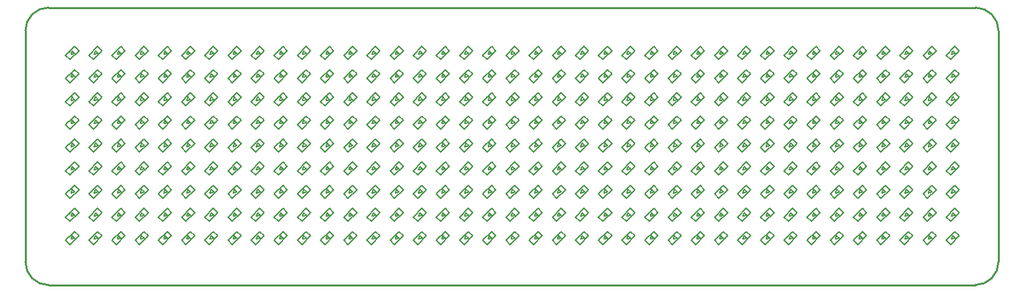
<source format=gto>
G04*
G04 #@! TF.GenerationSoftware,Altium Limited,Altium Designer,18.1.9 (240)*
G04*
G04 Layer_Color=65535*
%FSLAX44Y44*%
%MOMM*%
G71*
G01*
G75*
%ADD10C,0.1270*%
%ADD11C,0.2540*%
D10*
X1569317Y779567D02*
X1573913Y780628D01*
X1569317Y779567D02*
X1570378Y784163D01*
X1573913Y780628D01*
X1572146Y776739D02*
X1574974Y779567D01*
X1566489Y782396D02*
X1569317Y785224D01*
X1539317Y779567D02*
X1543913Y780628D01*
X1539317Y779567D02*
X1540378Y784163D01*
X1543913Y780628D01*
X1542146Y776739D02*
X1544974Y779567D01*
X1536489Y782396D02*
X1539317Y785224D01*
X1509317Y779567D02*
X1513913Y780628D01*
X1509317Y779567D02*
X1510378Y784163D01*
X1513913Y780628D01*
X1512146Y776739D02*
X1514974Y779567D01*
X1506489Y782396D02*
X1509317Y785224D01*
X1479317Y779567D02*
X1483913Y780628D01*
X1479317Y779567D02*
X1480378Y784163D01*
X1483913Y780628D01*
X1482146Y776739D02*
X1484974Y779567D01*
X1476489Y782396D02*
X1479317Y785224D01*
X1449317Y779567D02*
X1453913Y780628D01*
X1449317Y779567D02*
X1450378Y784163D01*
X1453913Y780628D01*
X1452146Y776739D02*
X1454974Y779567D01*
X1446489Y782396D02*
X1449317Y785224D01*
X1419317Y779567D02*
X1423913Y780628D01*
X1419317Y779567D02*
X1420378Y784163D01*
X1423913Y780628D01*
X1422146Y776739D02*
X1424974Y779567D01*
X1416489Y782396D02*
X1419317Y785224D01*
X1389317Y779567D02*
X1393913Y780628D01*
X1389317Y779567D02*
X1390378Y784163D01*
X1393913Y780628D01*
X1392146Y776739D02*
X1394974Y779567D01*
X1386489Y782396D02*
X1389317Y785224D01*
X1359317Y779567D02*
X1363913Y780628D01*
X1359317Y779567D02*
X1360378Y784163D01*
X1363913Y780628D01*
X1362146Y776739D02*
X1364974Y779567D01*
X1356489Y782396D02*
X1359317Y785224D01*
X1329317Y779567D02*
X1333913Y780628D01*
X1329317Y779567D02*
X1330378Y784163D01*
X1333913Y780628D01*
X1332146Y776739D02*
X1334974Y779567D01*
X1326489Y782396D02*
X1329317Y785224D01*
X1299317Y779567D02*
X1303913Y780628D01*
X1299317Y779567D02*
X1300378Y784163D01*
X1303913Y780628D01*
X1302146Y776739D02*
X1304974Y779567D01*
X1296489Y782396D02*
X1299317Y785224D01*
X1269317Y779567D02*
X1273913Y780628D01*
X1269317Y779567D02*
X1270378Y784163D01*
X1273913Y780628D01*
X1272145Y776739D02*
X1274974Y779567D01*
X1266489Y782396D02*
X1269317Y785224D01*
X1239317Y779567D02*
X1243913Y780628D01*
X1239317Y779567D02*
X1240378Y784163D01*
X1243913Y780628D01*
X1242145Y776739D02*
X1244974Y779567D01*
X1236489Y782396D02*
X1239317Y785224D01*
X1209317Y779567D02*
X1213913Y780628D01*
X1209317Y779567D02*
X1210378Y784163D01*
X1213913Y780628D01*
X1212145Y776739D02*
X1214974Y779567D01*
X1206489Y782396D02*
X1209317Y785224D01*
X1179317Y779567D02*
X1183913Y780628D01*
X1179317Y779567D02*
X1180378Y784163D01*
X1183913Y780628D01*
X1182145Y776739D02*
X1184974Y779567D01*
X1176489Y782396D02*
X1179317Y785224D01*
X1149317Y779567D02*
X1153913Y780628D01*
X1149317Y779567D02*
X1150378Y784163D01*
X1153913Y780628D01*
X1152145Y776739D02*
X1154974Y779567D01*
X1146489Y782396D02*
X1149317Y785224D01*
X1119317Y779567D02*
X1123913Y780628D01*
X1119317Y779567D02*
X1120378Y784163D01*
X1123913Y780628D01*
X1122145Y776739D02*
X1124974Y779567D01*
X1116489Y782396D02*
X1119317Y785224D01*
X1089317Y779567D02*
X1093913Y780628D01*
X1089317Y779567D02*
X1090378Y784163D01*
X1093913Y780628D01*
X1092145Y776739D02*
X1094974Y779567D01*
X1086489Y782396D02*
X1089317Y785224D01*
X1059317Y779567D02*
X1063913Y780628D01*
X1059317Y779567D02*
X1060378Y784163D01*
X1063913Y780628D01*
X1062145Y776739D02*
X1064974Y779567D01*
X1056489Y782396D02*
X1059317Y785224D01*
X1029317Y779567D02*
X1033913Y780628D01*
X1029317Y779567D02*
X1030378Y784163D01*
X1033913Y780628D01*
X1032145Y776739D02*
X1034974Y779567D01*
X1026489Y782396D02*
X1029317Y785224D01*
X999317Y779567D02*
X1003913Y780628D01*
X999317Y779567D02*
X1000378Y784163D01*
X1003913Y780628D01*
X1002145Y776739D02*
X1004974Y779567D01*
X996489Y782396D02*
X999317Y785224D01*
X969317Y779567D02*
X973913Y780628D01*
X969317Y779567D02*
X970378Y784163D01*
X973913Y780628D01*
X972145Y776739D02*
X974974Y779567D01*
X966489Y782396D02*
X969317Y785224D01*
X939317Y779567D02*
X943913Y780628D01*
X939317Y779567D02*
X940378Y784163D01*
X943913Y780628D01*
X942145Y776739D02*
X944974Y779567D01*
X936489Y782396D02*
X939317Y785224D01*
X909317Y779567D02*
X913913Y780628D01*
X909317Y779567D02*
X910378Y784163D01*
X913913Y780628D01*
X912145Y776739D02*
X914974Y779567D01*
X906489Y782396D02*
X909317Y785224D01*
X879317Y779567D02*
X883913Y780628D01*
X879317Y779567D02*
X880378Y784163D01*
X883913Y780628D01*
X882145Y776739D02*
X884974Y779567D01*
X876489Y782396D02*
X879317Y785224D01*
X849317Y779567D02*
X853913Y780628D01*
X849317Y779567D02*
X850378Y784163D01*
X853913Y780628D01*
X852145Y776739D02*
X854974Y779567D01*
X846489Y782396D02*
X849317Y785224D01*
X819317Y779567D02*
X823913Y780628D01*
X819317Y779567D02*
X820378Y784163D01*
X823913Y780628D01*
X822145Y776739D02*
X824974Y779567D01*
X816489Y782396D02*
X819317Y785224D01*
X789317Y779567D02*
X793913Y780628D01*
X789317Y779567D02*
X790378Y784163D01*
X793913Y780628D01*
X792145Y776739D02*
X794974Y779567D01*
X786489Y782396D02*
X789317Y785224D01*
X759317Y779567D02*
X763913Y780628D01*
X759317Y779567D02*
X760378Y784163D01*
X763913Y780628D01*
X762145Y776739D02*
X764974Y779567D01*
X756489Y782396D02*
X759317Y785224D01*
X729317Y779567D02*
X733913Y780628D01*
X729317Y779567D02*
X730378Y784163D01*
X733913Y780628D01*
X732145Y776739D02*
X734974Y779567D01*
X726489Y782396D02*
X729317Y785224D01*
X699317Y779567D02*
X703913Y780628D01*
X699317Y779567D02*
X700378Y784163D01*
X703913Y780628D01*
X702145Y776739D02*
X704974Y779567D01*
X696489Y782396D02*
X699317Y785224D01*
X669317Y779567D02*
X673913Y780628D01*
X669317Y779567D02*
X670378Y784163D01*
X673913Y780628D01*
X672145Y776739D02*
X674974Y779567D01*
X666489Y782396D02*
X669317Y785224D01*
X639317Y779567D02*
X643913Y780628D01*
X639317Y779567D02*
X640378Y784163D01*
X643913Y780628D01*
X642145Y776739D02*
X644974Y779567D01*
X636489Y782396D02*
X639317Y785224D01*
X609317Y779567D02*
X613913Y780628D01*
X609317Y779567D02*
X610378Y784163D01*
X613913Y780628D01*
X612146Y776739D02*
X614974Y779567D01*
X606489Y782396D02*
X609317Y785224D01*
X579317Y779567D02*
X583913Y780628D01*
X579317Y779567D02*
X580378Y784163D01*
X583913Y780628D01*
X582146Y776739D02*
X584974Y779567D01*
X576489Y782396D02*
X579317Y785224D01*
X549317Y779567D02*
X553913Y780628D01*
X549317Y779567D02*
X550378Y784163D01*
X553913Y780628D01*
X552146Y776739D02*
X554974Y779567D01*
X546489Y782396D02*
X549317Y785224D01*
X519317Y779567D02*
X523913Y780628D01*
X519317Y779567D02*
X520378Y784163D01*
X523913Y780628D01*
X522146Y776739D02*
X524974Y779567D01*
X516489Y782396D02*
X519317Y785224D01*
X489317Y779567D02*
X493913Y780628D01*
X489317Y779567D02*
X490378Y784163D01*
X493913Y780628D01*
X492146Y776739D02*
X494974Y779567D01*
X486489Y782396D02*
X489317Y785224D01*
X459317Y779567D02*
X463913Y780628D01*
X459317Y779567D02*
X460378Y784163D01*
X463913Y780628D01*
X462146Y776739D02*
X464974Y779567D01*
X456489Y782396D02*
X459317Y785224D01*
X429317Y779567D02*
X433913Y780628D01*
X429317Y779567D02*
X430378Y784163D01*
X433913Y780628D01*
X432146Y776739D02*
X434974Y779567D01*
X426489Y782396D02*
X429317Y785224D01*
X1569317Y809567D02*
X1573913Y810628D01*
X1569317Y809567D02*
X1570378Y814163D01*
X1573913Y810628D01*
X1572146Y806739D02*
X1574974Y809567D01*
X1566489Y812396D02*
X1569317Y815224D01*
X1539317Y809567D02*
X1543913Y810628D01*
X1539317Y809567D02*
X1540378Y814163D01*
X1543913Y810628D01*
X1542146Y806739D02*
X1544974Y809567D01*
X1536489Y812396D02*
X1539317Y815224D01*
X1509317Y809567D02*
X1513913Y810628D01*
X1509317Y809567D02*
X1510378Y814163D01*
X1513913Y810628D01*
X1512146Y806739D02*
X1514974Y809567D01*
X1506489Y812396D02*
X1509317Y815224D01*
X1479317Y809567D02*
X1483913Y810628D01*
X1479317Y809567D02*
X1480378Y814163D01*
X1483913Y810628D01*
X1482146Y806739D02*
X1484974Y809567D01*
X1476489Y812396D02*
X1479317Y815224D01*
X1449317Y809567D02*
X1453913Y810628D01*
X1449317Y809567D02*
X1450378Y814163D01*
X1453913Y810628D01*
X1452146Y806739D02*
X1454974Y809567D01*
X1446489Y812396D02*
X1449317Y815224D01*
X1419317Y809567D02*
X1423913Y810628D01*
X1419317Y809567D02*
X1420378Y814163D01*
X1423913Y810628D01*
X1422146Y806739D02*
X1424974Y809567D01*
X1416489Y812396D02*
X1419317Y815224D01*
X1389317Y809567D02*
X1393913Y810628D01*
X1389317Y809567D02*
X1390378Y814163D01*
X1393913Y810628D01*
X1392146Y806739D02*
X1394974Y809567D01*
X1386489Y812396D02*
X1389317Y815224D01*
X1359317Y809567D02*
X1363913Y810628D01*
X1359317Y809567D02*
X1360378Y814163D01*
X1363913Y810628D01*
X1362146Y806739D02*
X1364974Y809567D01*
X1356489Y812396D02*
X1359317Y815224D01*
X1329317Y809567D02*
X1333913Y810628D01*
X1329317Y809567D02*
X1330378Y814163D01*
X1333913Y810628D01*
X1332146Y806739D02*
X1334974Y809567D01*
X1326489Y812396D02*
X1329317Y815224D01*
X1299317Y809567D02*
X1303913Y810628D01*
X1299317Y809567D02*
X1300378Y814163D01*
X1303913Y810628D01*
X1302146Y806739D02*
X1304974Y809567D01*
X1296489Y812396D02*
X1299317Y815224D01*
X1269317Y809567D02*
X1273913Y810628D01*
X1269317Y809567D02*
X1270378Y814163D01*
X1273913Y810628D01*
X1272145Y806739D02*
X1274974Y809567D01*
X1266489Y812396D02*
X1269317Y815224D01*
X1239317Y809567D02*
X1243913Y810628D01*
X1239317Y809567D02*
X1240378Y814163D01*
X1243913Y810628D01*
X1242145Y806739D02*
X1244974Y809567D01*
X1236489Y812396D02*
X1239317Y815224D01*
X1209317Y809567D02*
X1213913Y810628D01*
X1209317Y809567D02*
X1210378Y814163D01*
X1213913Y810628D01*
X1212145Y806739D02*
X1214974Y809567D01*
X1206489Y812396D02*
X1209317Y815224D01*
X1179317Y809567D02*
X1183913Y810628D01*
X1179317Y809567D02*
X1180378Y814163D01*
X1183913Y810628D01*
X1182145Y806739D02*
X1184974Y809567D01*
X1176489Y812396D02*
X1179317Y815224D01*
X1149317Y809567D02*
X1153913Y810628D01*
X1149317Y809567D02*
X1150378Y814163D01*
X1153913Y810628D01*
X1152145Y806739D02*
X1154974Y809567D01*
X1146489Y812396D02*
X1149317Y815224D01*
X1119317Y809567D02*
X1123913Y810628D01*
X1119317Y809567D02*
X1120378Y814163D01*
X1123913Y810628D01*
X1122145Y806739D02*
X1124974Y809567D01*
X1116489Y812396D02*
X1119317Y815224D01*
X1089317Y809567D02*
X1093913Y810628D01*
X1089317Y809567D02*
X1090378Y814163D01*
X1093913Y810628D01*
X1092145Y806739D02*
X1094974Y809567D01*
X1086489Y812396D02*
X1089317Y815224D01*
X1059317Y809567D02*
X1063913Y810628D01*
X1059317Y809567D02*
X1060378Y814163D01*
X1063913Y810628D01*
X1062145Y806739D02*
X1064974Y809567D01*
X1056489Y812396D02*
X1059317Y815224D01*
X1029317Y809567D02*
X1033913Y810628D01*
X1029317Y809567D02*
X1030378Y814163D01*
X1033913Y810628D01*
X1032145Y806739D02*
X1034974Y809567D01*
X1026489Y812396D02*
X1029317Y815224D01*
X999317Y809567D02*
X1003913Y810628D01*
X999317Y809567D02*
X1000378Y814163D01*
X1003913Y810628D01*
X1002145Y806739D02*
X1004974Y809567D01*
X996489Y812396D02*
X999317Y815224D01*
X969317Y809567D02*
X973913Y810628D01*
X969317Y809567D02*
X970378Y814163D01*
X973913Y810628D01*
X972145Y806739D02*
X974974Y809567D01*
X966489Y812396D02*
X969317Y815224D01*
X939317Y809567D02*
X943913Y810628D01*
X939317Y809567D02*
X940378Y814163D01*
X943913Y810628D01*
X942145Y806739D02*
X944974Y809567D01*
X936489Y812396D02*
X939317Y815224D01*
X909317Y809567D02*
X913913Y810628D01*
X909317Y809567D02*
X910378Y814163D01*
X913913Y810628D01*
X912145Y806739D02*
X914974Y809567D01*
X906489Y812396D02*
X909317Y815224D01*
X879317Y809567D02*
X883913Y810628D01*
X879317Y809567D02*
X880378Y814163D01*
X883913Y810628D01*
X882145Y806739D02*
X884974Y809567D01*
X876489Y812396D02*
X879317Y815224D01*
X849317Y809567D02*
X853913Y810628D01*
X849317Y809567D02*
X850378Y814163D01*
X853913Y810628D01*
X852145Y806739D02*
X854974Y809567D01*
X846489Y812396D02*
X849317Y815224D01*
X819317Y809567D02*
X823913Y810628D01*
X819317Y809567D02*
X820378Y814163D01*
X823913Y810628D01*
X822145Y806739D02*
X824974Y809567D01*
X816489Y812396D02*
X819317Y815224D01*
X789317Y809567D02*
X793913Y810628D01*
X789317Y809567D02*
X790378Y814163D01*
X793913Y810628D01*
X792145Y806739D02*
X794974Y809567D01*
X786489Y812396D02*
X789317Y815224D01*
X759317Y809567D02*
X763913Y810628D01*
X759317Y809567D02*
X760378Y814163D01*
X763913Y810628D01*
X762145Y806739D02*
X764974Y809567D01*
X756489Y812396D02*
X759317Y815224D01*
X729317Y809567D02*
X733913Y810628D01*
X729317Y809567D02*
X730378Y814163D01*
X733913Y810628D01*
X732145Y806739D02*
X734974Y809567D01*
X726489Y812396D02*
X729317Y815224D01*
X699317Y809567D02*
X703913Y810628D01*
X699317Y809567D02*
X700378Y814163D01*
X703913Y810628D01*
X702145Y806739D02*
X704974Y809567D01*
X696489Y812396D02*
X699317Y815224D01*
X669317Y809567D02*
X673913Y810628D01*
X669317Y809567D02*
X670378Y814163D01*
X673913Y810628D01*
X672145Y806739D02*
X674974Y809567D01*
X666489Y812396D02*
X669317Y815224D01*
X639317Y809567D02*
X643913Y810628D01*
X639317Y809567D02*
X640378Y814163D01*
X643913Y810628D01*
X642145Y806739D02*
X644974Y809567D01*
X636489Y812396D02*
X639317Y815224D01*
X609317Y809567D02*
X613913Y810628D01*
X609317Y809567D02*
X610378Y814163D01*
X613913Y810628D01*
X612146Y806739D02*
X614974Y809567D01*
X606489Y812396D02*
X609317Y815224D01*
X579317Y809567D02*
X583913Y810628D01*
X579317Y809567D02*
X580378Y814163D01*
X583913Y810628D01*
X582146Y806739D02*
X584974Y809567D01*
X576489Y812396D02*
X579317Y815224D01*
X549317Y809567D02*
X553913Y810628D01*
X549317Y809567D02*
X550378Y814163D01*
X553913Y810628D01*
X552146Y806739D02*
X554974Y809567D01*
X546489Y812396D02*
X549317Y815224D01*
X519317Y809567D02*
X523913Y810628D01*
X519317Y809567D02*
X520378Y814163D01*
X523913Y810628D01*
X522146Y806739D02*
X524974Y809567D01*
X516489Y812396D02*
X519317Y815224D01*
X489317Y809567D02*
X493913Y810628D01*
X489317Y809567D02*
X490378Y814163D01*
X493913Y810628D01*
X492146Y806739D02*
X494974Y809567D01*
X486489Y812396D02*
X489317Y815224D01*
X459317Y809567D02*
X463913Y810628D01*
X459317Y809567D02*
X460378Y814163D01*
X463913Y810628D01*
X462146Y806739D02*
X464974Y809567D01*
X456489Y812396D02*
X459317Y815224D01*
X429317Y809567D02*
X433913Y810628D01*
X429317Y809567D02*
X430378Y814163D01*
X433913Y810628D01*
X432146Y806739D02*
X434974Y809567D01*
X426489Y812396D02*
X429317Y815224D01*
X1569317Y839567D02*
X1573913Y840628D01*
X1569317Y839567D02*
X1570378Y844163D01*
X1573913Y840628D01*
X1572146Y836739D02*
X1574974Y839567D01*
X1566489Y842395D02*
X1569317Y845224D01*
X1539317Y839567D02*
X1543913Y840628D01*
X1539317Y839567D02*
X1540378Y844163D01*
X1543913Y840628D01*
X1542146Y836739D02*
X1544974Y839567D01*
X1536489Y842395D02*
X1539317Y845224D01*
X1509317Y839567D02*
X1513913Y840628D01*
X1509317Y839567D02*
X1510378Y844163D01*
X1513913Y840628D01*
X1512146Y836739D02*
X1514974Y839567D01*
X1506489Y842395D02*
X1509317Y845224D01*
X1479317Y839567D02*
X1483913Y840628D01*
X1479317Y839567D02*
X1480378Y844163D01*
X1483913Y840628D01*
X1482146Y836739D02*
X1484974Y839567D01*
X1476489Y842395D02*
X1479317Y845224D01*
X1449317Y839567D02*
X1453913Y840628D01*
X1449317Y839567D02*
X1450378Y844163D01*
X1453913Y840628D01*
X1452146Y836739D02*
X1454974Y839567D01*
X1446489Y842395D02*
X1449317Y845224D01*
X1419317Y839567D02*
X1423913Y840628D01*
X1419317Y839567D02*
X1420378Y844163D01*
X1423913Y840628D01*
X1422146Y836739D02*
X1424974Y839567D01*
X1416489Y842395D02*
X1419317Y845224D01*
X1389317Y839567D02*
X1393913Y840628D01*
X1389317Y839567D02*
X1390378Y844163D01*
X1393913Y840628D01*
X1392146Y836739D02*
X1394974Y839567D01*
X1386489Y842395D02*
X1389317Y845224D01*
X1359317Y839567D02*
X1363913Y840628D01*
X1359317Y839567D02*
X1360378Y844163D01*
X1363913Y840628D01*
X1362146Y836739D02*
X1364974Y839567D01*
X1356489Y842395D02*
X1359317Y845224D01*
X1329317Y839567D02*
X1333913Y840628D01*
X1329317Y839567D02*
X1330378Y844163D01*
X1333913Y840628D01*
X1332146Y836739D02*
X1334974Y839567D01*
X1326489Y842395D02*
X1329317Y845224D01*
X1299317Y839567D02*
X1303913Y840628D01*
X1299317Y839567D02*
X1300378Y844163D01*
X1303913Y840628D01*
X1302146Y836739D02*
X1304974Y839567D01*
X1296489Y842395D02*
X1299317Y845224D01*
X1269317Y839567D02*
X1273913Y840628D01*
X1269317Y839567D02*
X1270378Y844163D01*
X1273913Y840628D01*
X1272145Y836739D02*
X1274974Y839567D01*
X1266489Y842395D02*
X1269317Y845224D01*
X1239317Y839567D02*
X1243913Y840628D01*
X1239317Y839567D02*
X1240378Y844163D01*
X1243913Y840628D01*
X1242145Y836739D02*
X1244974Y839567D01*
X1236489Y842395D02*
X1239317Y845224D01*
X1209317Y839567D02*
X1213913Y840628D01*
X1209317Y839567D02*
X1210378Y844163D01*
X1213913Y840628D01*
X1212145Y836739D02*
X1214974Y839567D01*
X1206489Y842395D02*
X1209317Y845224D01*
X1179317Y839567D02*
X1183913Y840628D01*
X1179317Y839567D02*
X1180378Y844163D01*
X1183913Y840628D01*
X1182145Y836739D02*
X1184974Y839567D01*
X1176489Y842395D02*
X1179317Y845224D01*
X1149317Y839567D02*
X1153913Y840628D01*
X1149317Y839567D02*
X1150378Y844163D01*
X1153913Y840628D01*
X1152145Y836739D02*
X1154974Y839567D01*
X1146489Y842395D02*
X1149317Y845224D01*
X1119317Y839567D02*
X1123913Y840628D01*
X1119317Y839567D02*
X1120378Y844163D01*
X1123913Y840628D01*
X1122145Y836739D02*
X1124974Y839567D01*
X1116489Y842395D02*
X1119317Y845224D01*
X1089317Y839567D02*
X1093913Y840628D01*
X1089317Y839567D02*
X1090378Y844163D01*
X1093913Y840628D01*
X1092145Y836739D02*
X1094974Y839567D01*
X1086489Y842395D02*
X1089317Y845224D01*
X1059317Y839567D02*
X1063913Y840628D01*
X1059317Y839567D02*
X1060378Y844163D01*
X1063913Y840628D01*
X1062145Y836739D02*
X1064974Y839567D01*
X1056489Y842395D02*
X1059317Y845224D01*
X1029317Y839567D02*
X1033913Y840628D01*
X1029317Y839567D02*
X1030378Y844163D01*
X1033913Y840628D01*
X1032145Y836739D02*
X1034974Y839567D01*
X1026489Y842395D02*
X1029317Y845224D01*
X999317Y839567D02*
X1003913Y840628D01*
X999317Y839567D02*
X1000378Y844163D01*
X1003913Y840628D01*
X1002145Y836739D02*
X1004974Y839567D01*
X996489Y842395D02*
X999317Y845224D01*
X969317Y839567D02*
X973913Y840628D01*
X969317Y839567D02*
X970378Y844163D01*
X973913Y840628D01*
X972145Y836739D02*
X974974Y839567D01*
X966489Y842395D02*
X969317Y845224D01*
X939317Y839567D02*
X943913Y840628D01*
X939317Y839567D02*
X940378Y844163D01*
X943913Y840628D01*
X942145Y836739D02*
X944974Y839567D01*
X936489Y842395D02*
X939317Y845224D01*
X909317Y839567D02*
X913913Y840628D01*
X909317Y839567D02*
X910378Y844163D01*
X913913Y840628D01*
X912145Y836739D02*
X914974Y839567D01*
X906489Y842395D02*
X909317Y845224D01*
X879317Y839567D02*
X883913Y840628D01*
X879317Y839567D02*
X880378Y844163D01*
X883913Y840628D01*
X882145Y836739D02*
X884974Y839567D01*
X876489Y842395D02*
X879317Y845224D01*
X849317Y839567D02*
X853913Y840628D01*
X849317Y839567D02*
X850378Y844163D01*
X853913Y840628D01*
X852145Y836739D02*
X854974Y839567D01*
X846489Y842395D02*
X849317Y845224D01*
X819317Y839567D02*
X823913Y840628D01*
X819317Y839567D02*
X820378Y844163D01*
X823913Y840628D01*
X822145Y836739D02*
X824974Y839567D01*
X816489Y842395D02*
X819317Y845224D01*
X789317Y839567D02*
X793913Y840628D01*
X789317Y839567D02*
X790378Y844163D01*
X793913Y840628D01*
X792145Y836739D02*
X794974Y839567D01*
X786489Y842395D02*
X789317Y845224D01*
X759317Y839567D02*
X763913Y840628D01*
X759317Y839567D02*
X760378Y844163D01*
X763913Y840628D01*
X762145Y836739D02*
X764974Y839567D01*
X756489Y842395D02*
X759317Y845224D01*
X729317Y839567D02*
X733913Y840628D01*
X729317Y839567D02*
X730378Y844163D01*
X733913Y840628D01*
X732145Y836739D02*
X734974Y839567D01*
X726489Y842395D02*
X729317Y845224D01*
X699317Y839567D02*
X703913Y840628D01*
X699317Y839567D02*
X700378Y844163D01*
X703913Y840628D01*
X702145Y836739D02*
X704974Y839567D01*
X696489Y842395D02*
X699317Y845224D01*
X669317Y839567D02*
X673913Y840628D01*
X669317Y839567D02*
X670378Y844163D01*
X673913Y840628D01*
X672145Y836739D02*
X674974Y839567D01*
X666489Y842395D02*
X669317Y845224D01*
X639317Y839567D02*
X643913Y840628D01*
X639317Y839567D02*
X640378Y844163D01*
X643913Y840628D01*
X642145Y836739D02*
X644974Y839567D01*
X636489Y842395D02*
X639317Y845224D01*
X609317Y839567D02*
X613913Y840628D01*
X609317Y839567D02*
X610378Y844163D01*
X613913Y840628D01*
X612146Y836739D02*
X614974Y839567D01*
X606489Y842395D02*
X609317Y845224D01*
X579317Y839567D02*
X583913Y840628D01*
X579317Y839567D02*
X580378Y844163D01*
X583913Y840628D01*
X582146Y836739D02*
X584974Y839567D01*
X576489Y842395D02*
X579317Y845224D01*
X549317Y839567D02*
X553913Y840628D01*
X549317Y839567D02*
X550378Y844163D01*
X553913Y840628D01*
X552146Y836739D02*
X554974Y839567D01*
X546489Y842395D02*
X549317Y845224D01*
X519317Y839567D02*
X523913Y840628D01*
X519317Y839567D02*
X520378Y844163D01*
X523913Y840628D01*
X522146Y836739D02*
X524974Y839567D01*
X516489Y842395D02*
X519317Y845224D01*
X489317Y839567D02*
X493913Y840628D01*
X489317Y839567D02*
X490378Y844163D01*
X493913Y840628D01*
X492146Y836739D02*
X494974Y839567D01*
X486489Y842395D02*
X489317Y845224D01*
X459317Y839567D02*
X463913Y840628D01*
X459317Y839567D02*
X460378Y844163D01*
X463913Y840628D01*
X462146Y836739D02*
X464974Y839567D01*
X456489Y842395D02*
X459317Y845224D01*
X429317Y839567D02*
X433913Y840628D01*
X429317Y839567D02*
X430378Y844163D01*
X433913Y840628D01*
X432146Y836739D02*
X434974Y839567D01*
X426489Y842395D02*
X429317Y845224D01*
X1569317Y869567D02*
X1573913Y870628D01*
X1569317Y869567D02*
X1570378Y874163D01*
X1573913Y870628D01*
X1572146Y866739D02*
X1574974Y869567D01*
X1566489Y872396D02*
X1569317Y875224D01*
X1539317Y869567D02*
X1543913Y870628D01*
X1539317Y869567D02*
X1540378Y874163D01*
X1543913Y870628D01*
X1542146Y866739D02*
X1544974Y869567D01*
X1536489Y872396D02*
X1539317Y875224D01*
X1509317Y869567D02*
X1513913Y870628D01*
X1509317Y869567D02*
X1510378Y874163D01*
X1513913Y870628D01*
X1512146Y866739D02*
X1514974Y869567D01*
X1506489Y872396D02*
X1509317Y875224D01*
X1479317Y869567D02*
X1483913Y870628D01*
X1479317Y869567D02*
X1480378Y874163D01*
X1483913Y870628D01*
X1482146Y866739D02*
X1484974Y869567D01*
X1476489Y872396D02*
X1479317Y875224D01*
X1449317Y869567D02*
X1453913Y870628D01*
X1449317Y869567D02*
X1450378Y874163D01*
X1453913Y870628D01*
X1452146Y866739D02*
X1454974Y869567D01*
X1446489Y872396D02*
X1449317Y875224D01*
X1419317Y869567D02*
X1423913Y870628D01*
X1419317Y869567D02*
X1420378Y874163D01*
X1423913Y870628D01*
X1422146Y866739D02*
X1424974Y869567D01*
X1416489Y872396D02*
X1419317Y875224D01*
X1389317Y869567D02*
X1393913Y870628D01*
X1389317Y869567D02*
X1390378Y874163D01*
X1393913Y870628D01*
X1392146Y866739D02*
X1394974Y869567D01*
X1386489Y872396D02*
X1389317Y875224D01*
X1359317Y869567D02*
X1363913Y870628D01*
X1359317Y869567D02*
X1360378Y874163D01*
X1363913Y870628D01*
X1362146Y866739D02*
X1364974Y869567D01*
X1356489Y872396D02*
X1359317Y875224D01*
X1329317Y869567D02*
X1333913Y870628D01*
X1329317Y869567D02*
X1330378Y874163D01*
X1333913Y870628D01*
X1332146Y866739D02*
X1334974Y869567D01*
X1326489Y872396D02*
X1329317Y875224D01*
X1299317Y869567D02*
X1303913Y870628D01*
X1299317Y869567D02*
X1300378Y874163D01*
X1303913Y870628D01*
X1302146Y866739D02*
X1304974Y869567D01*
X1296489Y872396D02*
X1299317Y875224D01*
X1269317Y869567D02*
X1273913Y870628D01*
X1269317Y869567D02*
X1270378Y874163D01*
X1273913Y870628D01*
X1272145Y866739D02*
X1274974Y869567D01*
X1266489Y872396D02*
X1269317Y875224D01*
X1239317Y869567D02*
X1243913Y870628D01*
X1239317Y869567D02*
X1240378Y874163D01*
X1243913Y870628D01*
X1242145Y866739D02*
X1244974Y869567D01*
X1236489Y872396D02*
X1239317Y875224D01*
X1209317Y869567D02*
X1213913Y870628D01*
X1209317Y869567D02*
X1210378Y874163D01*
X1213913Y870628D01*
X1212145Y866739D02*
X1214974Y869567D01*
X1206489Y872396D02*
X1209317Y875224D01*
X1179317Y869567D02*
X1183913Y870628D01*
X1179317Y869567D02*
X1180378Y874163D01*
X1183913Y870628D01*
X1182145Y866739D02*
X1184974Y869567D01*
X1176489Y872396D02*
X1179317Y875224D01*
X1149317Y869567D02*
X1153913Y870628D01*
X1149317Y869567D02*
X1150378Y874163D01*
X1153913Y870628D01*
X1152145Y866739D02*
X1154974Y869567D01*
X1146489Y872396D02*
X1149317Y875224D01*
X1119317Y869567D02*
X1123913Y870628D01*
X1119317Y869567D02*
X1120378Y874163D01*
X1123913Y870628D01*
X1122145Y866739D02*
X1124974Y869567D01*
X1116489Y872396D02*
X1119317Y875224D01*
X1089317Y869567D02*
X1093913Y870628D01*
X1089317Y869567D02*
X1090378Y874163D01*
X1093913Y870628D01*
X1092145Y866739D02*
X1094974Y869567D01*
X1086489Y872396D02*
X1089317Y875224D01*
X1059317Y869567D02*
X1063913Y870628D01*
X1059317Y869567D02*
X1060378Y874163D01*
X1063913Y870628D01*
X1062145Y866739D02*
X1064974Y869567D01*
X1056489Y872396D02*
X1059317Y875224D01*
X1029317Y869567D02*
X1033913Y870628D01*
X1029317Y869567D02*
X1030378Y874163D01*
X1033913Y870628D01*
X1032145Y866739D02*
X1034974Y869567D01*
X1026489Y872396D02*
X1029317Y875224D01*
X999317Y869567D02*
X1003913Y870628D01*
X999317Y869567D02*
X1000378Y874163D01*
X1003913Y870628D01*
X1002145Y866739D02*
X1004974Y869567D01*
X996489Y872396D02*
X999317Y875224D01*
X969317Y869567D02*
X973913Y870628D01*
X969317Y869567D02*
X970378Y874163D01*
X973913Y870628D01*
X972145Y866739D02*
X974974Y869567D01*
X966489Y872396D02*
X969317Y875224D01*
X939317Y869567D02*
X943913Y870628D01*
X939317Y869567D02*
X940378Y874163D01*
X943913Y870628D01*
X942145Y866739D02*
X944974Y869567D01*
X936489Y872396D02*
X939317Y875224D01*
X909317Y869567D02*
X913913Y870628D01*
X909317Y869567D02*
X910378Y874163D01*
X913913Y870628D01*
X912145Y866739D02*
X914974Y869567D01*
X906489Y872396D02*
X909317Y875224D01*
X879317Y869567D02*
X883913Y870628D01*
X879317Y869567D02*
X880378Y874163D01*
X883913Y870628D01*
X882145Y866739D02*
X884974Y869567D01*
X876489Y872396D02*
X879317Y875224D01*
X849317Y869567D02*
X853913Y870628D01*
X849317Y869567D02*
X850378Y874163D01*
X853913Y870628D01*
X852145Y866739D02*
X854974Y869567D01*
X846489Y872396D02*
X849317Y875224D01*
X819317Y869567D02*
X823913Y870628D01*
X819317Y869567D02*
X820378Y874163D01*
X823913Y870628D01*
X822145Y866739D02*
X824974Y869567D01*
X816489Y872396D02*
X819317Y875224D01*
X789317Y869567D02*
X793913Y870628D01*
X789317Y869567D02*
X790378Y874163D01*
X793913Y870628D01*
X792145Y866739D02*
X794974Y869567D01*
X786489Y872396D02*
X789317Y875224D01*
X759317Y869567D02*
X763913Y870628D01*
X759317Y869567D02*
X760378Y874163D01*
X763913Y870628D01*
X762145Y866739D02*
X764974Y869567D01*
X756489Y872396D02*
X759317Y875224D01*
X729317Y869567D02*
X733913Y870628D01*
X729317Y869567D02*
X730378Y874163D01*
X733913Y870628D01*
X732145Y866739D02*
X734974Y869567D01*
X726489Y872396D02*
X729317Y875224D01*
X699317Y869567D02*
X703913Y870628D01*
X699317Y869567D02*
X700378Y874163D01*
X703913Y870628D01*
X702145Y866739D02*
X704974Y869567D01*
X696489Y872396D02*
X699317Y875224D01*
X669317Y869567D02*
X673913Y870628D01*
X669317Y869567D02*
X670378Y874163D01*
X673913Y870628D01*
X672145Y866739D02*
X674974Y869567D01*
X666489Y872396D02*
X669317Y875224D01*
X639317Y869567D02*
X643913Y870628D01*
X639317Y869567D02*
X640378Y874163D01*
X643913Y870628D01*
X642145Y866739D02*
X644974Y869567D01*
X636489Y872396D02*
X639317Y875224D01*
X609317Y869567D02*
X613913Y870628D01*
X609317Y869567D02*
X610378Y874163D01*
X613913Y870628D01*
X612146Y866739D02*
X614974Y869567D01*
X606489Y872396D02*
X609317Y875224D01*
X579317Y869567D02*
X583913Y870628D01*
X579317Y869567D02*
X580378Y874163D01*
X583913Y870628D01*
X582146Y866739D02*
X584974Y869567D01*
X576489Y872396D02*
X579317Y875224D01*
X549317Y869567D02*
X553913Y870628D01*
X549317Y869567D02*
X550378Y874163D01*
X553913Y870628D01*
X552146Y866739D02*
X554974Y869567D01*
X546489Y872396D02*
X549317Y875224D01*
X519317Y869567D02*
X523913Y870628D01*
X519317Y869567D02*
X520378Y874163D01*
X523913Y870628D01*
X522146Y866739D02*
X524974Y869567D01*
X516489Y872396D02*
X519317Y875224D01*
X489317Y869567D02*
X493913Y870628D01*
X489317Y869567D02*
X490378Y874163D01*
X493913Y870628D01*
X492146Y866739D02*
X494974Y869567D01*
X486489Y872396D02*
X489317Y875224D01*
X459317Y869567D02*
X463913Y870628D01*
X459317Y869567D02*
X460378Y874163D01*
X463913Y870628D01*
X462146Y866739D02*
X464974Y869567D01*
X456489Y872396D02*
X459317Y875224D01*
X429317Y869567D02*
X433913Y870628D01*
X429317Y869567D02*
X430378Y874163D01*
X433913Y870628D01*
X432146Y866739D02*
X434974Y869567D01*
X426489Y872396D02*
X429317Y875224D01*
X1569317Y899567D02*
X1573913Y900628D01*
X1569317Y899567D02*
X1570378Y904163D01*
X1573913Y900628D01*
X1572146Y896739D02*
X1574974Y899567D01*
X1566489Y902396D02*
X1569317Y905224D01*
X1539317Y899567D02*
X1543913Y900628D01*
X1539317Y899567D02*
X1540378Y904163D01*
X1543913Y900628D01*
X1542146Y896739D02*
X1544974Y899567D01*
X1536489Y902396D02*
X1539317Y905224D01*
X1509317Y899567D02*
X1513913Y900628D01*
X1509317Y899567D02*
X1510378Y904163D01*
X1513913Y900628D01*
X1512146Y896739D02*
X1514974Y899567D01*
X1506489Y902396D02*
X1509317Y905224D01*
X1479317Y899567D02*
X1483913Y900628D01*
X1479317Y899567D02*
X1480378Y904163D01*
X1483913Y900628D01*
X1482146Y896739D02*
X1484974Y899567D01*
X1476489Y902396D02*
X1479317Y905224D01*
X1449317Y899567D02*
X1453913Y900628D01*
X1449317Y899567D02*
X1450378Y904163D01*
X1453913Y900628D01*
X1452146Y896739D02*
X1454974Y899567D01*
X1446489Y902396D02*
X1449317Y905224D01*
X1419317Y899567D02*
X1423913Y900628D01*
X1419317Y899567D02*
X1420378Y904163D01*
X1423913Y900628D01*
X1422146Y896739D02*
X1424974Y899567D01*
X1416489Y902396D02*
X1419317Y905224D01*
X1389317Y899567D02*
X1393913Y900628D01*
X1389317Y899567D02*
X1390378Y904163D01*
X1393913Y900628D01*
X1392146Y896739D02*
X1394974Y899567D01*
X1386489Y902396D02*
X1389317Y905224D01*
X1359317Y899567D02*
X1363913Y900628D01*
X1359317Y899567D02*
X1360378Y904163D01*
X1363913Y900628D01*
X1362146Y896739D02*
X1364974Y899567D01*
X1356489Y902396D02*
X1359317Y905224D01*
X1329317Y899567D02*
X1333913Y900628D01*
X1329317Y899567D02*
X1330378Y904163D01*
X1333913Y900628D01*
X1332146Y896739D02*
X1334974Y899567D01*
X1326489Y902396D02*
X1329317Y905224D01*
X1299317Y899567D02*
X1303913Y900628D01*
X1299317Y899567D02*
X1300378Y904163D01*
X1303913Y900628D01*
X1302146Y896739D02*
X1304974Y899567D01*
X1296489Y902396D02*
X1299317Y905224D01*
X1269317Y899567D02*
X1273913Y900628D01*
X1269317Y899567D02*
X1270378Y904163D01*
X1273913Y900628D01*
X1272145Y896739D02*
X1274974Y899567D01*
X1266489Y902396D02*
X1269317Y905224D01*
X1239317Y899567D02*
X1243913Y900628D01*
X1239317Y899567D02*
X1240378Y904163D01*
X1243913Y900628D01*
X1242145Y896739D02*
X1244974Y899567D01*
X1236489Y902396D02*
X1239317Y905224D01*
X1209317Y899567D02*
X1213913Y900628D01*
X1209317Y899567D02*
X1210378Y904163D01*
X1213913Y900628D01*
X1212145Y896739D02*
X1214974Y899567D01*
X1206489Y902396D02*
X1209317Y905224D01*
X1179317Y899567D02*
X1183913Y900628D01*
X1179317Y899567D02*
X1180378Y904163D01*
X1183913Y900628D01*
X1182145Y896739D02*
X1184974Y899567D01*
X1176489Y902396D02*
X1179317Y905224D01*
X1149317Y899567D02*
X1153913Y900628D01*
X1149317Y899567D02*
X1150378Y904163D01*
X1153913Y900628D01*
X1152145Y896739D02*
X1154974Y899567D01*
X1146489Y902396D02*
X1149317Y905224D01*
X1119317Y899567D02*
X1123913Y900628D01*
X1119317Y899567D02*
X1120378Y904163D01*
X1123913Y900628D01*
X1122145Y896739D02*
X1124974Y899567D01*
X1116489Y902396D02*
X1119317Y905224D01*
X1089317Y899567D02*
X1093913Y900628D01*
X1089317Y899567D02*
X1090378Y904163D01*
X1093913Y900628D01*
X1092145Y896739D02*
X1094974Y899567D01*
X1086489Y902396D02*
X1089317Y905224D01*
X1059317Y899567D02*
X1063913Y900628D01*
X1059317Y899567D02*
X1060378Y904163D01*
X1063913Y900628D01*
X1062145Y896739D02*
X1064974Y899567D01*
X1056489Y902396D02*
X1059317Y905224D01*
X1029317Y899567D02*
X1033913Y900628D01*
X1029317Y899567D02*
X1030378Y904163D01*
X1033913Y900628D01*
X1032145Y896739D02*
X1034974Y899567D01*
X1026489Y902396D02*
X1029317Y905224D01*
X999317Y899567D02*
X1003913Y900628D01*
X999317Y899567D02*
X1000378Y904163D01*
X1003913Y900628D01*
X1002145Y896739D02*
X1004974Y899567D01*
X996489Y902396D02*
X999317Y905224D01*
X969317Y899567D02*
X973913Y900628D01*
X969317Y899567D02*
X970378Y904163D01*
X973913Y900628D01*
X972145Y896739D02*
X974974Y899567D01*
X966489Y902396D02*
X969317Y905224D01*
X939317Y899567D02*
X943913Y900628D01*
X939317Y899567D02*
X940378Y904163D01*
X943913Y900628D01*
X942145Y896739D02*
X944974Y899567D01*
X936489Y902396D02*
X939317Y905224D01*
X909317Y899567D02*
X913913Y900628D01*
X909317Y899567D02*
X910378Y904163D01*
X913913Y900628D01*
X912145Y896739D02*
X914974Y899567D01*
X906489Y902396D02*
X909317Y905224D01*
X879317Y899567D02*
X883913Y900628D01*
X879317Y899567D02*
X880378Y904163D01*
X883913Y900628D01*
X882145Y896739D02*
X884974Y899567D01*
X876489Y902396D02*
X879317Y905224D01*
X849317Y899567D02*
X853913Y900628D01*
X849317Y899567D02*
X850378Y904163D01*
X853913Y900628D01*
X852145Y896739D02*
X854974Y899567D01*
X846489Y902396D02*
X849317Y905224D01*
X819317Y899567D02*
X823913Y900628D01*
X819317Y899567D02*
X820378Y904163D01*
X823913Y900628D01*
X822145Y896739D02*
X824974Y899567D01*
X816489Y902396D02*
X819317Y905224D01*
X789317Y899567D02*
X793913Y900628D01*
X789317Y899567D02*
X790378Y904163D01*
X793913Y900628D01*
X792145Y896739D02*
X794974Y899567D01*
X786489Y902396D02*
X789317Y905224D01*
X759317Y899567D02*
X763913Y900628D01*
X759317Y899567D02*
X760378Y904163D01*
X763913Y900628D01*
X762145Y896739D02*
X764974Y899567D01*
X756489Y902396D02*
X759317Y905224D01*
X729317Y899567D02*
X733913Y900628D01*
X729317Y899567D02*
X730378Y904163D01*
X733913Y900628D01*
X732145Y896739D02*
X734974Y899567D01*
X726489Y902396D02*
X729317Y905224D01*
X699317Y899567D02*
X703913Y900628D01*
X699317Y899567D02*
X700378Y904163D01*
X703913Y900628D01*
X702145Y896739D02*
X704974Y899567D01*
X696489Y902396D02*
X699317Y905224D01*
X669317Y899567D02*
X673913Y900628D01*
X669317Y899567D02*
X670378Y904163D01*
X673913Y900628D01*
X672145Y896739D02*
X674974Y899567D01*
X666489Y902396D02*
X669317Y905224D01*
X639317Y899567D02*
X643913Y900628D01*
X639317Y899567D02*
X640378Y904163D01*
X643913Y900628D01*
X642145Y896739D02*
X644974Y899567D01*
X636489Y902396D02*
X639317Y905224D01*
X609317Y899567D02*
X613913Y900628D01*
X609317Y899567D02*
X610378Y904163D01*
X613913Y900628D01*
X612146Y896739D02*
X614974Y899567D01*
X606489Y902396D02*
X609317Y905224D01*
X579317Y899567D02*
X583913Y900628D01*
X579317Y899567D02*
X580378Y904163D01*
X583913Y900628D01*
X582146Y896739D02*
X584974Y899567D01*
X576489Y902396D02*
X579317Y905224D01*
X549317Y899567D02*
X553913Y900628D01*
X549317Y899567D02*
X550378Y904163D01*
X553913Y900628D01*
X552146Y896739D02*
X554974Y899567D01*
X546489Y902396D02*
X549317Y905224D01*
X519317Y899567D02*
X523913Y900628D01*
X519317Y899567D02*
X520378Y904163D01*
X523913Y900628D01*
X522146Y896739D02*
X524974Y899567D01*
X516489Y902396D02*
X519317Y905224D01*
X489317Y899567D02*
X493913Y900628D01*
X489317Y899567D02*
X490378Y904163D01*
X493913Y900628D01*
X492146Y896739D02*
X494974Y899567D01*
X486489Y902396D02*
X489317Y905224D01*
X459317Y899567D02*
X463913Y900628D01*
X459317Y899567D02*
X460378Y904163D01*
X463913Y900628D01*
X462146Y896739D02*
X464974Y899567D01*
X456489Y902396D02*
X459317Y905224D01*
X429317Y899567D02*
X433913Y900628D01*
X429317Y899567D02*
X430378Y904163D01*
X433913Y900628D01*
X432146Y896739D02*
X434974Y899567D01*
X426489Y902396D02*
X429317Y905224D01*
X1569317Y929567D02*
X1573913Y930628D01*
X1569317Y929567D02*
X1570378Y934163D01*
X1573913Y930628D01*
X1572146Y926739D02*
X1574974Y929567D01*
X1566489Y932395D02*
X1569317Y935224D01*
X1539317Y929567D02*
X1543913Y930628D01*
X1539317Y929567D02*
X1540378Y934163D01*
X1543913Y930628D01*
X1542146Y926739D02*
X1544974Y929567D01*
X1536489Y932395D02*
X1539317Y935224D01*
X1509317Y929567D02*
X1513913Y930628D01*
X1509317Y929567D02*
X1510378Y934163D01*
X1513913Y930628D01*
X1512146Y926739D02*
X1514974Y929567D01*
X1506489Y932395D02*
X1509317Y935224D01*
X1479317Y929567D02*
X1483913Y930628D01*
X1479317Y929567D02*
X1480378Y934163D01*
X1483913Y930628D01*
X1482146Y926739D02*
X1484974Y929567D01*
X1476489Y932395D02*
X1479317Y935224D01*
X1449317Y929567D02*
X1453913Y930628D01*
X1449317Y929567D02*
X1450378Y934163D01*
X1453913Y930628D01*
X1452146Y926739D02*
X1454974Y929567D01*
X1446489Y932395D02*
X1449317Y935224D01*
X1419317Y929567D02*
X1423913Y930628D01*
X1419317Y929567D02*
X1420378Y934163D01*
X1423913Y930628D01*
X1422146Y926739D02*
X1424974Y929567D01*
X1416489Y932395D02*
X1419317Y935224D01*
X1389317Y929567D02*
X1393913Y930628D01*
X1389317Y929567D02*
X1390378Y934163D01*
X1393913Y930628D01*
X1392146Y926739D02*
X1394974Y929567D01*
X1386489Y932395D02*
X1389317Y935224D01*
X1359317Y929567D02*
X1363913Y930628D01*
X1359317Y929567D02*
X1360378Y934163D01*
X1363913Y930628D01*
X1362146Y926739D02*
X1364974Y929567D01*
X1356489Y932395D02*
X1359317Y935224D01*
X1329317Y929567D02*
X1333913Y930628D01*
X1329317Y929567D02*
X1330378Y934163D01*
X1333913Y930628D01*
X1332146Y926739D02*
X1334974Y929567D01*
X1326489Y932395D02*
X1329317Y935224D01*
X1299317Y929567D02*
X1303913Y930628D01*
X1299317Y929567D02*
X1300378Y934163D01*
X1303913Y930628D01*
X1302146Y926739D02*
X1304974Y929567D01*
X1296489Y932395D02*
X1299317Y935224D01*
X1269317Y929567D02*
X1273913Y930628D01*
X1269317Y929567D02*
X1270378Y934163D01*
X1273913Y930628D01*
X1272145Y926739D02*
X1274974Y929567D01*
X1266489Y932395D02*
X1269317Y935224D01*
X1239317Y929567D02*
X1243913Y930628D01*
X1239317Y929567D02*
X1240378Y934163D01*
X1243913Y930628D01*
X1242145Y926739D02*
X1244974Y929567D01*
X1236489Y932395D02*
X1239317Y935224D01*
X1209317Y929567D02*
X1213913Y930628D01*
X1209317Y929567D02*
X1210378Y934163D01*
X1213913Y930628D01*
X1212145Y926739D02*
X1214974Y929567D01*
X1206489Y932395D02*
X1209317Y935224D01*
X1179317Y929567D02*
X1183913Y930628D01*
X1179317Y929567D02*
X1180378Y934163D01*
X1183913Y930628D01*
X1182145Y926739D02*
X1184974Y929567D01*
X1176489Y932395D02*
X1179317Y935224D01*
X1149317Y929567D02*
X1153913Y930628D01*
X1149317Y929567D02*
X1150378Y934163D01*
X1153913Y930628D01*
X1152145Y926739D02*
X1154974Y929567D01*
X1146489Y932395D02*
X1149317Y935224D01*
X1119317Y929567D02*
X1123913Y930628D01*
X1119317Y929567D02*
X1120378Y934163D01*
X1123913Y930628D01*
X1122145Y926739D02*
X1124974Y929567D01*
X1116489Y932395D02*
X1119317Y935224D01*
X1089317Y929567D02*
X1093913Y930628D01*
X1089317Y929567D02*
X1090378Y934163D01*
X1093913Y930628D01*
X1092145Y926739D02*
X1094974Y929567D01*
X1086489Y932395D02*
X1089317Y935224D01*
X1059317Y929567D02*
X1063913Y930628D01*
X1059317Y929567D02*
X1060378Y934163D01*
X1063913Y930628D01*
X1062145Y926739D02*
X1064974Y929567D01*
X1056489Y932395D02*
X1059317Y935224D01*
X1029317Y929567D02*
X1033913Y930628D01*
X1029317Y929567D02*
X1030378Y934163D01*
X1033913Y930628D01*
X1032145Y926739D02*
X1034974Y929567D01*
X1026489Y932395D02*
X1029317Y935224D01*
X999317Y929567D02*
X1003913Y930628D01*
X999317Y929567D02*
X1000378Y934163D01*
X1003913Y930628D01*
X1002145Y926739D02*
X1004974Y929567D01*
X996489Y932395D02*
X999317Y935224D01*
X969317Y929567D02*
X973913Y930628D01*
X969317Y929567D02*
X970378Y934163D01*
X973913Y930628D01*
X972145Y926739D02*
X974974Y929567D01*
X966489Y932395D02*
X969317Y935224D01*
X939317Y929567D02*
X943913Y930628D01*
X939317Y929567D02*
X940378Y934163D01*
X943913Y930628D01*
X942145Y926739D02*
X944974Y929567D01*
X936489Y932395D02*
X939317Y935224D01*
X909317Y929567D02*
X913913Y930628D01*
X909317Y929567D02*
X910378Y934163D01*
X913913Y930628D01*
X912145Y926739D02*
X914974Y929567D01*
X906489Y932395D02*
X909317Y935224D01*
X879317Y929567D02*
X883913Y930628D01*
X879317Y929567D02*
X880378Y934163D01*
X883913Y930628D01*
X882145Y926739D02*
X884974Y929567D01*
X876489Y932395D02*
X879317Y935224D01*
X849317Y929567D02*
X853913Y930628D01*
X849317Y929567D02*
X850378Y934163D01*
X853913Y930628D01*
X852145Y926739D02*
X854974Y929567D01*
X846489Y932395D02*
X849317Y935224D01*
X819317Y929567D02*
X823913Y930628D01*
X819317Y929567D02*
X820378Y934163D01*
X823913Y930628D01*
X822145Y926739D02*
X824974Y929567D01*
X816489Y932395D02*
X819317Y935224D01*
X789317Y929567D02*
X793913Y930628D01*
X789317Y929567D02*
X790378Y934163D01*
X793913Y930628D01*
X792145Y926739D02*
X794974Y929567D01*
X786489Y932395D02*
X789317Y935224D01*
X759317Y929567D02*
X763913Y930628D01*
X759317Y929567D02*
X760378Y934163D01*
X763913Y930628D01*
X762145Y926739D02*
X764974Y929567D01*
X756489Y932395D02*
X759317Y935224D01*
X729317Y929567D02*
X733913Y930628D01*
X729317Y929567D02*
X730378Y934163D01*
X733913Y930628D01*
X732145Y926739D02*
X734974Y929567D01*
X726489Y932395D02*
X729317Y935224D01*
X699317Y929567D02*
X703913Y930628D01*
X699317Y929567D02*
X700378Y934163D01*
X703913Y930628D01*
X702145Y926739D02*
X704974Y929567D01*
X696489Y932395D02*
X699317Y935224D01*
X669317Y929567D02*
X673913Y930628D01*
X669317Y929567D02*
X670378Y934163D01*
X673913Y930628D01*
X672145Y926739D02*
X674974Y929567D01*
X666489Y932395D02*
X669317Y935224D01*
X639317Y929567D02*
X643913Y930628D01*
X639317Y929567D02*
X640378Y934163D01*
X643913Y930628D01*
X642145Y926739D02*
X644974Y929567D01*
X636489Y932395D02*
X639317Y935224D01*
X609317Y929567D02*
X613913Y930628D01*
X609317Y929567D02*
X610378Y934163D01*
X613913Y930628D01*
X612146Y926739D02*
X614974Y929567D01*
X606489Y932395D02*
X609317Y935224D01*
X579317Y929567D02*
X583913Y930628D01*
X579317Y929567D02*
X580378Y934163D01*
X583913Y930628D01*
X582146Y926739D02*
X584974Y929567D01*
X576489Y932395D02*
X579317Y935224D01*
X549317Y929567D02*
X553913Y930628D01*
X549317Y929567D02*
X550378Y934163D01*
X553913Y930628D01*
X552146Y926739D02*
X554974Y929567D01*
X546489Y932395D02*
X549317Y935224D01*
X519317Y929567D02*
X523913Y930628D01*
X519317Y929567D02*
X520378Y934163D01*
X523913Y930628D01*
X522146Y926739D02*
X524974Y929567D01*
X516489Y932395D02*
X519317Y935224D01*
X489317Y929567D02*
X493913Y930628D01*
X489317Y929567D02*
X490378Y934163D01*
X493913Y930628D01*
X492146Y926739D02*
X494974Y929567D01*
X486489Y932395D02*
X489317Y935224D01*
X459317Y929567D02*
X463913Y930628D01*
X459317Y929567D02*
X460378Y934163D01*
X463913Y930628D01*
X462146Y926739D02*
X464974Y929567D01*
X456489Y932395D02*
X459317Y935224D01*
X429317Y929567D02*
X433913Y930628D01*
X429317Y929567D02*
X430378Y934163D01*
X433913Y930628D01*
X432146Y926739D02*
X434974Y929567D01*
X426489Y932395D02*
X429317Y935224D01*
X1569317Y959567D02*
X1573913Y960628D01*
X1569317Y959567D02*
X1570378Y964163D01*
X1573913Y960628D01*
X1572146Y956739D02*
X1574974Y959567D01*
X1566489Y962396D02*
X1569317Y965224D01*
X1539317Y959567D02*
X1543913Y960628D01*
X1539317Y959567D02*
X1540378Y964163D01*
X1543913Y960628D01*
X1542146Y956739D02*
X1544974Y959567D01*
X1536489Y962396D02*
X1539317Y965224D01*
X1509317Y959567D02*
X1513913Y960628D01*
X1509317Y959567D02*
X1510378Y964163D01*
X1513913Y960628D01*
X1512146Y956739D02*
X1514974Y959567D01*
X1506489Y962396D02*
X1509317Y965224D01*
X1479317Y959567D02*
X1483913Y960628D01*
X1479317Y959567D02*
X1480378Y964163D01*
X1483913Y960628D01*
X1482146Y956739D02*
X1484974Y959567D01*
X1476489Y962396D02*
X1479317Y965224D01*
X1449317Y959567D02*
X1453913Y960628D01*
X1449317Y959567D02*
X1450378Y964163D01*
X1453913Y960628D01*
X1452146Y956739D02*
X1454974Y959567D01*
X1446489Y962396D02*
X1449317Y965224D01*
X1419317Y959567D02*
X1423913Y960628D01*
X1419317Y959567D02*
X1420378Y964163D01*
X1423913Y960628D01*
X1422146Y956739D02*
X1424974Y959567D01*
X1416489Y962396D02*
X1419317Y965224D01*
X1389317Y959567D02*
X1393913Y960628D01*
X1389317Y959567D02*
X1390378Y964163D01*
X1393913Y960628D01*
X1392146Y956739D02*
X1394974Y959567D01*
X1386489Y962396D02*
X1389317Y965224D01*
X1359317Y959567D02*
X1363913Y960628D01*
X1359317Y959567D02*
X1360378Y964163D01*
X1363913Y960628D01*
X1362146Y956739D02*
X1364974Y959567D01*
X1356489Y962396D02*
X1359317Y965224D01*
X1329317Y959567D02*
X1333913Y960628D01*
X1329317Y959567D02*
X1330378Y964163D01*
X1333913Y960628D01*
X1332146Y956739D02*
X1334974Y959567D01*
X1326489Y962396D02*
X1329317Y965224D01*
X1299317Y959567D02*
X1303913Y960628D01*
X1299317Y959567D02*
X1300378Y964163D01*
X1303913Y960628D01*
X1302146Y956739D02*
X1304974Y959567D01*
X1296489Y962396D02*
X1299317Y965224D01*
X1269317Y959567D02*
X1273913Y960628D01*
X1269317Y959567D02*
X1270378Y964163D01*
X1273913Y960628D01*
X1272145Y956739D02*
X1274974Y959567D01*
X1266489Y962396D02*
X1269317Y965224D01*
X1239317Y959567D02*
X1243913Y960628D01*
X1239317Y959567D02*
X1240378Y964163D01*
X1243913Y960628D01*
X1242145Y956739D02*
X1244974Y959567D01*
X1236489Y962396D02*
X1239317Y965224D01*
X1209317Y959567D02*
X1213913Y960628D01*
X1209317Y959567D02*
X1210378Y964163D01*
X1213913Y960628D01*
X1212145Y956739D02*
X1214974Y959567D01*
X1206489Y962396D02*
X1209317Y965224D01*
X1179317Y959567D02*
X1183913Y960628D01*
X1179317Y959567D02*
X1180378Y964163D01*
X1183913Y960628D01*
X1182145Y956739D02*
X1184974Y959567D01*
X1176489Y962396D02*
X1179317Y965224D01*
X1149317Y959567D02*
X1153913Y960628D01*
X1149317Y959567D02*
X1150378Y964163D01*
X1153913Y960628D01*
X1152145Y956739D02*
X1154974Y959567D01*
X1146489Y962396D02*
X1149317Y965224D01*
X1119317Y959567D02*
X1123913Y960628D01*
X1119317Y959567D02*
X1120378Y964163D01*
X1123913Y960628D01*
X1122145Y956739D02*
X1124974Y959567D01*
X1116489Y962396D02*
X1119317Y965224D01*
X1089317Y959567D02*
X1093913Y960628D01*
X1089317Y959567D02*
X1090378Y964163D01*
X1093913Y960628D01*
X1092145Y956739D02*
X1094974Y959567D01*
X1086489Y962396D02*
X1089317Y965224D01*
X1059317Y959567D02*
X1063913Y960628D01*
X1059317Y959567D02*
X1060378Y964163D01*
X1063913Y960628D01*
X1062145Y956739D02*
X1064974Y959567D01*
X1056489Y962396D02*
X1059317Y965224D01*
X1029317Y959567D02*
X1033913Y960628D01*
X1029317Y959567D02*
X1030378Y964163D01*
X1033913Y960628D01*
X1032145Y956739D02*
X1034974Y959567D01*
X1026489Y962396D02*
X1029317Y965224D01*
X999317Y959567D02*
X1003913Y960628D01*
X999317Y959567D02*
X1000378Y964163D01*
X1003913Y960628D01*
X1002145Y956739D02*
X1004974Y959567D01*
X996489Y962396D02*
X999317Y965224D01*
X969317Y959567D02*
X973913Y960628D01*
X969317Y959567D02*
X970378Y964163D01*
X973913Y960628D01*
X972145Y956739D02*
X974974Y959567D01*
X966489Y962396D02*
X969317Y965224D01*
X939317Y959567D02*
X943913Y960628D01*
X939317Y959567D02*
X940378Y964163D01*
X943913Y960628D01*
X942145Y956739D02*
X944974Y959567D01*
X936489Y962396D02*
X939317Y965224D01*
X909317Y959567D02*
X913913Y960628D01*
X909317Y959567D02*
X910378Y964163D01*
X913913Y960628D01*
X912145Y956739D02*
X914974Y959567D01*
X906489Y962396D02*
X909317Y965224D01*
X879317Y959567D02*
X883913Y960628D01*
X879317Y959567D02*
X880378Y964163D01*
X883913Y960628D01*
X882145Y956739D02*
X884974Y959567D01*
X876489Y962396D02*
X879317Y965224D01*
X849317Y959567D02*
X853913Y960628D01*
X849317Y959567D02*
X850378Y964163D01*
X853913Y960628D01*
X852145Y956739D02*
X854974Y959567D01*
X846489Y962396D02*
X849317Y965224D01*
X819317Y959567D02*
X823913Y960628D01*
X819317Y959567D02*
X820378Y964163D01*
X823913Y960628D01*
X822145Y956739D02*
X824974Y959567D01*
X816489Y962396D02*
X819317Y965224D01*
X789317Y959567D02*
X793913Y960628D01*
X789317Y959567D02*
X790378Y964163D01*
X793913Y960628D01*
X792145Y956739D02*
X794974Y959567D01*
X786489Y962396D02*
X789317Y965224D01*
X759317Y959567D02*
X763913Y960628D01*
X759317Y959567D02*
X760378Y964163D01*
X763913Y960628D01*
X762145Y956739D02*
X764974Y959567D01*
X756489Y962396D02*
X759317Y965224D01*
X729317Y959567D02*
X733913Y960628D01*
X729317Y959567D02*
X730378Y964163D01*
X733913Y960628D01*
X732145Y956739D02*
X734974Y959567D01*
X726489Y962396D02*
X729317Y965224D01*
X699317Y959567D02*
X703913Y960628D01*
X699317Y959567D02*
X700378Y964163D01*
X703913Y960628D01*
X702145Y956739D02*
X704974Y959567D01*
X696489Y962396D02*
X699317Y965224D01*
X669317Y959567D02*
X673913Y960628D01*
X669317Y959567D02*
X670378Y964163D01*
X673913Y960628D01*
X672145Y956739D02*
X674974Y959567D01*
X666489Y962396D02*
X669317Y965224D01*
X639317Y959567D02*
X643913Y960628D01*
X639317Y959567D02*
X640378Y964163D01*
X643913Y960628D01*
X642145Y956739D02*
X644974Y959567D01*
X636489Y962396D02*
X639317Y965224D01*
X609317Y959567D02*
X613913Y960628D01*
X609317Y959567D02*
X610378Y964163D01*
X613913Y960628D01*
X612146Y956739D02*
X614974Y959567D01*
X606489Y962396D02*
X609317Y965224D01*
X579317Y959567D02*
X583913Y960628D01*
X579317Y959567D02*
X580378Y964163D01*
X583913Y960628D01*
X582146Y956739D02*
X584974Y959567D01*
X576489Y962396D02*
X579317Y965224D01*
X549317Y959567D02*
X553913Y960628D01*
X549317Y959567D02*
X550378Y964163D01*
X553913Y960628D01*
X552146Y956739D02*
X554974Y959567D01*
X546489Y962396D02*
X549317Y965224D01*
X519317Y959567D02*
X523913Y960628D01*
X519317Y959567D02*
X520378Y964163D01*
X523913Y960628D01*
X522146Y956739D02*
X524974Y959567D01*
X516489Y962396D02*
X519317Y965224D01*
X489317Y959567D02*
X493913Y960628D01*
X489317Y959567D02*
X490378Y964163D01*
X493913Y960628D01*
X492146Y956739D02*
X494974Y959567D01*
X486489Y962396D02*
X489317Y965224D01*
X459317Y959567D02*
X463913Y960628D01*
X459317Y959567D02*
X460378Y964163D01*
X463913Y960628D01*
X462146Y956739D02*
X464974Y959567D01*
X456489Y962396D02*
X459317Y965224D01*
X429317Y959567D02*
X433913Y960628D01*
X429317Y959567D02*
X430378Y964163D01*
X433913Y960628D01*
X432146Y956739D02*
X434974Y959567D01*
X426489Y962396D02*
X429317Y965224D01*
X1569317Y989567D02*
X1573913Y990628D01*
X1569317Y989567D02*
X1570378Y994163D01*
X1573913Y990628D01*
X1572146Y986739D02*
X1574974Y989567D01*
X1566489Y992396D02*
X1569317Y995224D01*
X1539317Y989567D02*
X1543913Y990628D01*
X1539317Y989567D02*
X1540378Y994163D01*
X1543913Y990628D01*
X1542146Y986739D02*
X1544974Y989567D01*
X1536489Y992396D02*
X1539317Y995224D01*
X1509317Y989567D02*
X1513913Y990628D01*
X1509317Y989567D02*
X1510378Y994163D01*
X1513913Y990628D01*
X1512146Y986739D02*
X1514974Y989567D01*
X1506489Y992396D02*
X1509317Y995224D01*
X1479317Y989567D02*
X1483913Y990628D01*
X1479317Y989567D02*
X1480378Y994163D01*
X1483913Y990628D01*
X1482146Y986739D02*
X1484974Y989567D01*
X1476489Y992396D02*
X1479317Y995224D01*
X1449317Y989567D02*
X1453913Y990628D01*
X1449317Y989567D02*
X1450378Y994163D01*
X1453913Y990628D01*
X1452146Y986739D02*
X1454974Y989567D01*
X1446489Y992396D02*
X1449317Y995224D01*
X1419317Y989567D02*
X1423913Y990628D01*
X1419317Y989567D02*
X1420378Y994163D01*
X1423913Y990628D01*
X1422146Y986739D02*
X1424974Y989567D01*
X1416489Y992396D02*
X1419317Y995224D01*
X1389317Y989567D02*
X1393913Y990628D01*
X1389317Y989567D02*
X1390378Y994163D01*
X1393913Y990628D01*
X1392146Y986739D02*
X1394974Y989567D01*
X1386489Y992396D02*
X1389317Y995224D01*
X1359317Y989567D02*
X1363913Y990628D01*
X1359317Y989567D02*
X1360378Y994163D01*
X1363913Y990628D01*
X1362146Y986739D02*
X1364974Y989567D01*
X1356489Y992396D02*
X1359317Y995224D01*
X1329317Y989567D02*
X1333913Y990628D01*
X1329317Y989567D02*
X1330378Y994163D01*
X1333913Y990628D01*
X1332146Y986739D02*
X1334974Y989567D01*
X1326489Y992396D02*
X1329317Y995224D01*
X1299317Y989567D02*
X1303913Y990628D01*
X1299317Y989567D02*
X1300378Y994163D01*
X1303913Y990628D01*
X1302146Y986739D02*
X1304974Y989567D01*
X1296489Y992396D02*
X1299317Y995224D01*
X1269317Y989567D02*
X1273913Y990628D01*
X1269317Y989567D02*
X1270378Y994163D01*
X1273913Y990628D01*
X1272145Y986739D02*
X1274974Y989567D01*
X1266489Y992396D02*
X1269317Y995224D01*
X1239317Y989567D02*
X1243913Y990628D01*
X1239317Y989567D02*
X1240378Y994163D01*
X1243913Y990628D01*
X1242145Y986739D02*
X1244974Y989567D01*
X1236489Y992396D02*
X1239317Y995224D01*
X1209317Y989567D02*
X1213913Y990628D01*
X1209317Y989567D02*
X1210378Y994163D01*
X1213913Y990628D01*
X1212145Y986739D02*
X1214974Y989567D01*
X1206489Y992396D02*
X1209317Y995224D01*
X1179317Y989567D02*
X1183913Y990628D01*
X1179317Y989567D02*
X1180378Y994163D01*
X1183913Y990628D01*
X1182145Y986739D02*
X1184974Y989567D01*
X1176489Y992396D02*
X1179317Y995224D01*
X1149317Y989567D02*
X1153913Y990628D01*
X1149317Y989567D02*
X1150378Y994163D01*
X1153913Y990628D01*
X1152145Y986739D02*
X1154974Y989567D01*
X1146489Y992396D02*
X1149317Y995224D01*
X1119317Y989567D02*
X1123913Y990628D01*
X1119317Y989567D02*
X1120378Y994163D01*
X1123913Y990628D01*
X1122145Y986739D02*
X1124974Y989567D01*
X1116489Y992396D02*
X1119317Y995224D01*
X1089317Y989567D02*
X1093913Y990628D01*
X1089317Y989567D02*
X1090378Y994163D01*
X1093913Y990628D01*
X1092145Y986739D02*
X1094974Y989567D01*
X1086489Y992396D02*
X1089317Y995224D01*
X1059317Y989567D02*
X1063913Y990628D01*
X1059317Y989567D02*
X1060378Y994163D01*
X1063913Y990628D01*
X1062145Y986739D02*
X1064974Y989567D01*
X1056489Y992396D02*
X1059317Y995224D01*
X1029317Y989567D02*
X1033913Y990628D01*
X1029317Y989567D02*
X1030378Y994163D01*
X1033913Y990628D01*
X1032145Y986739D02*
X1034974Y989567D01*
X1026489Y992396D02*
X1029317Y995224D01*
X999317Y989567D02*
X1003913Y990628D01*
X999317Y989567D02*
X1000378Y994163D01*
X1003913Y990628D01*
X1002145Y986739D02*
X1004974Y989567D01*
X996489Y992396D02*
X999317Y995224D01*
X969317Y989567D02*
X973913Y990628D01*
X969317Y989567D02*
X970378Y994163D01*
X973913Y990628D01*
X972145Y986739D02*
X974974Y989567D01*
X966489Y992396D02*
X969317Y995224D01*
X939317Y989567D02*
X943913Y990628D01*
X939317Y989567D02*
X940378Y994163D01*
X943913Y990628D01*
X942145Y986739D02*
X944974Y989567D01*
X936489Y992396D02*
X939317Y995224D01*
X909317Y989567D02*
X913913Y990628D01*
X909317Y989567D02*
X910378Y994163D01*
X913913Y990628D01*
X912145Y986739D02*
X914974Y989567D01*
X906489Y992396D02*
X909317Y995224D01*
X879317Y989567D02*
X883913Y990628D01*
X879317Y989567D02*
X880378Y994163D01*
X883913Y990628D01*
X882145Y986739D02*
X884974Y989567D01*
X876489Y992396D02*
X879317Y995224D01*
X849317Y989567D02*
X853913Y990628D01*
X849317Y989567D02*
X850378Y994163D01*
X853913Y990628D01*
X852145Y986739D02*
X854974Y989567D01*
X846489Y992396D02*
X849317Y995224D01*
X819317Y989567D02*
X823913Y990628D01*
X819317Y989567D02*
X820378Y994163D01*
X823913Y990628D01*
X822145Y986739D02*
X824974Y989567D01*
X816489Y992396D02*
X819317Y995224D01*
X789317Y989567D02*
X793913Y990628D01*
X789317Y989567D02*
X790378Y994163D01*
X793913Y990628D01*
X792145Y986739D02*
X794974Y989567D01*
X786489Y992396D02*
X789317Y995224D01*
X759317Y989567D02*
X763913Y990628D01*
X759317Y989567D02*
X760378Y994163D01*
X763913Y990628D01*
X762145Y986739D02*
X764974Y989567D01*
X756489Y992396D02*
X759317Y995224D01*
X729317Y989567D02*
X733913Y990628D01*
X729317Y989567D02*
X730378Y994163D01*
X733913Y990628D01*
X732145Y986739D02*
X734974Y989567D01*
X726489Y992396D02*
X729317Y995224D01*
X699317Y989567D02*
X703913Y990628D01*
X699317Y989567D02*
X700378Y994163D01*
X703913Y990628D01*
X702145Y986739D02*
X704974Y989567D01*
X696489Y992396D02*
X699317Y995224D01*
X669317Y989567D02*
X673913Y990628D01*
X669317Y989567D02*
X670378Y994163D01*
X673913Y990628D01*
X672145Y986739D02*
X674974Y989567D01*
X666489Y992396D02*
X669317Y995224D01*
X639317Y989567D02*
X643913Y990628D01*
X639317Y989567D02*
X640378Y994163D01*
X643913Y990628D01*
X642145Y986739D02*
X644974Y989567D01*
X636489Y992396D02*
X639317Y995224D01*
X609317Y989567D02*
X613913Y990628D01*
X609317Y989567D02*
X610378Y994163D01*
X613913Y990628D01*
X612146Y986739D02*
X614974Y989567D01*
X606489Y992396D02*
X609317Y995224D01*
X579317Y989567D02*
X583913Y990628D01*
X579317Y989567D02*
X580378Y994163D01*
X583913Y990628D01*
X582146Y986739D02*
X584974Y989567D01*
X576489Y992396D02*
X579317Y995224D01*
X549317Y989567D02*
X553913Y990628D01*
X549317Y989567D02*
X550378Y994163D01*
X553913Y990628D01*
X552146Y986739D02*
X554974Y989567D01*
X546489Y992396D02*
X549317Y995224D01*
X519317Y989567D02*
X523913Y990628D01*
X519317Y989567D02*
X520378Y994163D01*
X523913Y990628D01*
X522146Y986739D02*
X524974Y989567D01*
X516489Y992396D02*
X519317Y995224D01*
X489317Y989567D02*
X493913Y990628D01*
X489317Y989567D02*
X490378Y994163D01*
X493913Y990628D01*
X492146Y986739D02*
X494974Y989567D01*
X486489Y992396D02*
X489317Y995224D01*
X459317Y989567D02*
X463913Y990628D01*
X459317Y989567D02*
X460378Y994163D01*
X463913Y990628D01*
X462146Y986739D02*
X464974Y989567D01*
X456489Y992396D02*
X459317Y995224D01*
X429317Y989567D02*
X433913Y990628D01*
X429317Y989567D02*
X430378Y994163D01*
X433913Y990628D01*
X432146Y986739D02*
X434974Y989567D01*
X426489Y992396D02*
X429317Y995224D01*
X1569317Y1019567D02*
X1573913Y1020628D01*
X1569317Y1019567D02*
X1570378Y1024163D01*
X1573913Y1020628D01*
X1572146Y1016739D02*
X1574974Y1019567D01*
X1566489Y1022395D02*
X1569317Y1025224D01*
X1539317Y1019567D02*
X1543913Y1020628D01*
X1539317Y1019567D02*
X1540378Y1024163D01*
X1543913Y1020628D01*
X1542146Y1016739D02*
X1544974Y1019567D01*
X1536489Y1022395D02*
X1539317Y1025224D01*
X1509317Y1019567D02*
X1513913Y1020628D01*
X1509317Y1019567D02*
X1510378Y1024163D01*
X1513913Y1020628D01*
X1512146Y1016739D02*
X1514974Y1019567D01*
X1506489Y1022395D02*
X1509317Y1025224D01*
X1479317Y1019567D02*
X1483913Y1020628D01*
X1479317Y1019567D02*
X1480378Y1024163D01*
X1483913Y1020628D01*
X1482146Y1016739D02*
X1484974Y1019567D01*
X1476489Y1022395D02*
X1479317Y1025224D01*
X1449317Y1019567D02*
X1453913Y1020628D01*
X1449317Y1019567D02*
X1450378Y1024163D01*
X1453913Y1020628D01*
X1452146Y1016739D02*
X1454974Y1019567D01*
X1446489Y1022395D02*
X1449317Y1025224D01*
X1419317Y1019567D02*
X1423913Y1020628D01*
X1419317Y1019567D02*
X1420378Y1024163D01*
X1423913Y1020628D01*
X1422146Y1016739D02*
X1424974Y1019567D01*
X1416489Y1022395D02*
X1419317Y1025224D01*
X1389317Y1019567D02*
X1393913Y1020628D01*
X1389317Y1019567D02*
X1390378Y1024163D01*
X1393913Y1020628D01*
X1392146Y1016739D02*
X1394974Y1019567D01*
X1386489Y1022395D02*
X1389317Y1025224D01*
X1359317Y1019567D02*
X1363913Y1020628D01*
X1359317Y1019567D02*
X1360378Y1024163D01*
X1363913Y1020628D01*
X1362146Y1016739D02*
X1364974Y1019567D01*
X1356489Y1022395D02*
X1359317Y1025224D01*
X1329317Y1019567D02*
X1333913Y1020628D01*
X1329317Y1019567D02*
X1330378Y1024163D01*
X1333913Y1020628D01*
X1332146Y1016739D02*
X1334974Y1019567D01*
X1326489Y1022395D02*
X1329317Y1025224D01*
X1299317Y1019567D02*
X1303913Y1020628D01*
X1299317Y1019567D02*
X1300378Y1024163D01*
X1303913Y1020628D01*
X1302146Y1016739D02*
X1304974Y1019567D01*
X1296489Y1022395D02*
X1299317Y1025224D01*
X1269317Y1019567D02*
X1273913Y1020628D01*
X1269317Y1019567D02*
X1270378Y1024163D01*
X1273913Y1020628D01*
X1272145Y1016739D02*
X1274974Y1019567D01*
X1266489Y1022395D02*
X1269317Y1025224D01*
X1239317Y1019567D02*
X1243913Y1020628D01*
X1239317Y1019567D02*
X1240378Y1024163D01*
X1243913Y1020628D01*
X1242145Y1016739D02*
X1244974Y1019567D01*
X1236489Y1022395D02*
X1239317Y1025224D01*
X1209317Y1019567D02*
X1213913Y1020628D01*
X1209317Y1019567D02*
X1210378Y1024163D01*
X1213913Y1020628D01*
X1212145Y1016739D02*
X1214974Y1019567D01*
X1206489Y1022395D02*
X1209317Y1025224D01*
X1179317Y1019567D02*
X1183913Y1020628D01*
X1179317Y1019567D02*
X1180378Y1024163D01*
X1183913Y1020628D01*
X1182145Y1016739D02*
X1184974Y1019567D01*
X1176489Y1022395D02*
X1179317Y1025224D01*
X1149317Y1019567D02*
X1153913Y1020628D01*
X1149317Y1019567D02*
X1150378Y1024163D01*
X1153913Y1020628D01*
X1152145Y1016739D02*
X1154974Y1019567D01*
X1146489Y1022395D02*
X1149317Y1025224D01*
X1119317Y1019567D02*
X1123913Y1020628D01*
X1119317Y1019567D02*
X1120378Y1024163D01*
X1123913Y1020628D01*
X1122145Y1016739D02*
X1124974Y1019567D01*
X1116489Y1022395D02*
X1119317Y1025224D01*
X1089317Y1019567D02*
X1093913Y1020628D01*
X1089317Y1019567D02*
X1090378Y1024163D01*
X1093913Y1020628D01*
X1092145Y1016739D02*
X1094974Y1019567D01*
X1086489Y1022395D02*
X1089317Y1025224D01*
X1059317Y1019567D02*
X1063913Y1020628D01*
X1059317Y1019567D02*
X1060378Y1024163D01*
X1063913Y1020628D01*
X1062145Y1016739D02*
X1064974Y1019567D01*
X1056489Y1022395D02*
X1059317Y1025224D01*
X1029317Y1019567D02*
X1033913Y1020628D01*
X1029317Y1019567D02*
X1030378Y1024163D01*
X1033913Y1020628D01*
X1032145Y1016739D02*
X1034974Y1019567D01*
X1026489Y1022395D02*
X1029317Y1025224D01*
X999317Y1019567D02*
X1003913Y1020628D01*
X999317Y1019567D02*
X1000378Y1024163D01*
X1003913Y1020628D01*
X1002145Y1016739D02*
X1004974Y1019567D01*
X996489Y1022395D02*
X999317Y1025224D01*
X969317Y1019567D02*
X973913Y1020628D01*
X969317Y1019567D02*
X970378Y1024163D01*
X973913Y1020628D01*
X972145Y1016739D02*
X974974Y1019567D01*
X966489Y1022395D02*
X969317Y1025224D01*
X939317Y1019567D02*
X943913Y1020628D01*
X939317Y1019567D02*
X940378Y1024163D01*
X943913Y1020628D01*
X942145Y1016739D02*
X944974Y1019567D01*
X936489Y1022395D02*
X939317Y1025224D01*
X909317Y1019567D02*
X913913Y1020628D01*
X909317Y1019567D02*
X910378Y1024163D01*
X913913Y1020628D01*
X912145Y1016739D02*
X914974Y1019567D01*
X906489Y1022395D02*
X909317Y1025224D01*
X879317Y1019567D02*
X883913Y1020628D01*
X879317Y1019567D02*
X880378Y1024163D01*
X883913Y1020628D01*
X882145Y1016739D02*
X884974Y1019567D01*
X876489Y1022395D02*
X879317Y1025224D01*
X849317Y1019567D02*
X853913Y1020628D01*
X849317Y1019567D02*
X850378Y1024163D01*
X853913Y1020628D01*
X852145Y1016739D02*
X854974Y1019567D01*
X846489Y1022395D02*
X849317Y1025224D01*
X819317Y1019567D02*
X823913Y1020628D01*
X819317Y1019567D02*
X820378Y1024163D01*
X823913Y1020628D01*
X822145Y1016739D02*
X824974Y1019567D01*
X816489Y1022395D02*
X819317Y1025224D01*
X789317Y1019567D02*
X793913Y1020628D01*
X789317Y1019567D02*
X790378Y1024163D01*
X793913Y1020628D01*
X792145Y1016739D02*
X794974Y1019567D01*
X786489Y1022395D02*
X789317Y1025224D01*
X759317Y1019567D02*
X763913Y1020628D01*
X759317Y1019567D02*
X760378Y1024163D01*
X763913Y1020628D01*
X762145Y1016739D02*
X764974Y1019567D01*
X756489Y1022395D02*
X759317Y1025224D01*
X729317Y1019567D02*
X733913Y1020628D01*
X729317Y1019567D02*
X730378Y1024163D01*
X733913Y1020628D01*
X732145Y1016739D02*
X734974Y1019567D01*
X726489Y1022395D02*
X729317Y1025224D01*
X699317Y1019567D02*
X703913Y1020628D01*
X699317Y1019567D02*
X700378Y1024163D01*
X703913Y1020628D01*
X702145Y1016739D02*
X704974Y1019567D01*
X696489Y1022395D02*
X699317Y1025224D01*
X669317Y1019567D02*
X673913Y1020628D01*
X669317Y1019567D02*
X670378Y1024163D01*
X673913Y1020628D01*
X672145Y1016739D02*
X674974Y1019567D01*
X666489Y1022395D02*
X669317Y1025224D01*
X639317Y1019567D02*
X643913Y1020628D01*
X639317Y1019567D02*
X640378Y1024163D01*
X643913Y1020628D01*
X642145Y1016739D02*
X644974Y1019567D01*
X636489Y1022395D02*
X639317Y1025224D01*
X609317Y1019567D02*
X613913Y1020628D01*
X609317Y1019567D02*
X610378Y1024163D01*
X613913Y1020628D01*
X612146Y1016739D02*
X614974Y1019567D01*
X606489Y1022395D02*
X609317Y1025224D01*
X579317Y1019567D02*
X583913Y1020628D01*
X579317Y1019567D02*
X580378Y1024163D01*
X583913Y1020628D01*
X582146Y1016739D02*
X584974Y1019567D01*
X576489Y1022395D02*
X579317Y1025224D01*
X549317Y1019567D02*
X553913Y1020628D01*
X549317Y1019567D02*
X550378Y1024163D01*
X553913Y1020628D01*
X552146Y1016739D02*
X554974Y1019567D01*
X546489Y1022395D02*
X549317Y1025224D01*
X519317Y1019567D02*
X523913Y1020628D01*
X519317Y1019567D02*
X520378Y1024163D01*
X523913Y1020628D01*
X522146Y1016739D02*
X524974Y1019567D01*
X516489Y1022395D02*
X519317Y1025224D01*
X489317Y1019567D02*
X493913Y1020628D01*
X489317Y1019567D02*
X490378Y1024163D01*
X493913Y1020628D01*
X492146Y1016739D02*
X494974Y1019567D01*
X486489Y1022395D02*
X489317Y1025224D01*
X459317Y1019567D02*
X463913Y1020628D01*
X459317Y1019567D02*
X460378Y1024163D01*
X463913Y1020628D01*
X462146Y1016739D02*
X464974Y1019567D01*
X456489Y1022395D02*
X459317Y1025224D01*
X429317Y1019567D02*
X433913Y1020628D01*
X429317Y1019567D02*
X430378Y1024163D01*
X433913Y1020628D01*
X432146Y1016739D02*
X434974Y1019567D01*
X426489Y1022395D02*
X429317Y1025224D01*
X1567903Y772496D02*
X1579216Y783810D01*
X1562246Y778153D02*
X1573560Y789467D01*
X1562246Y778153D02*
X1567903Y772496D01*
X1573560Y789467D02*
X1579216Y783810D01*
X1537903Y772496D02*
X1549217Y783810D01*
X1532246Y778153D02*
X1543560Y789467D01*
X1532246Y778153D02*
X1537903Y772496D01*
X1543560Y789467D02*
X1549217Y783810D01*
X1507903Y772496D02*
X1519216Y783810D01*
X1502246Y778153D02*
X1513560Y789467D01*
X1502246Y778153D02*
X1507903Y772496D01*
X1513560Y789467D02*
X1519216Y783810D01*
X1477903Y772496D02*
X1489217Y783810D01*
X1472246Y778153D02*
X1483560Y789467D01*
X1472246Y778153D02*
X1477903Y772496D01*
X1483560Y789467D02*
X1489217Y783810D01*
X1447903Y772496D02*
X1459217Y783810D01*
X1442246Y778153D02*
X1453560Y789467D01*
X1442246Y778153D02*
X1447903Y772496D01*
X1453560Y789467D02*
X1459217Y783810D01*
X1417903Y772496D02*
X1429216Y783810D01*
X1412246Y778153D02*
X1423560Y789467D01*
X1412246Y778153D02*
X1417903Y772496D01*
X1423560Y789467D02*
X1429216Y783810D01*
X1387903Y772496D02*
X1399217Y783810D01*
X1382246Y778153D02*
X1393560Y789467D01*
X1382246Y778153D02*
X1387903Y772496D01*
X1393560Y789467D02*
X1399217Y783810D01*
X1357903Y772496D02*
X1369216Y783810D01*
X1352246Y778153D02*
X1363560Y789467D01*
X1352246Y778153D02*
X1357903Y772496D01*
X1363560Y789467D02*
X1369216Y783810D01*
X1327903Y772496D02*
X1339217Y783810D01*
X1322246Y778153D02*
X1333560Y789467D01*
X1322246Y778153D02*
X1327903Y772496D01*
X1333560Y789467D02*
X1339217Y783810D01*
X1297903Y772496D02*
X1309217Y783810D01*
X1292246Y778153D02*
X1303560Y789467D01*
X1292246Y778153D02*
X1297903Y772496D01*
X1303560Y789467D02*
X1309217Y783810D01*
X1267903Y772496D02*
X1279217Y783810D01*
X1262246Y778153D02*
X1273560Y789467D01*
X1262246Y778153D02*
X1267903Y772496D01*
X1273560Y789467D02*
X1279217Y783810D01*
X1237903Y772496D02*
X1249217Y783810D01*
X1232246Y778153D02*
X1243560Y789467D01*
X1232246Y778153D02*
X1237903Y772496D01*
X1243560Y789467D02*
X1249217Y783810D01*
X1207903Y772496D02*
X1219217Y783810D01*
X1202246Y778153D02*
X1213560Y789467D01*
X1202246Y778153D02*
X1207903Y772496D01*
X1213560Y789467D02*
X1219217Y783810D01*
X1177903Y772496D02*
X1189217Y783810D01*
X1172246Y778153D02*
X1183560Y789467D01*
X1172246Y778153D02*
X1177903Y772496D01*
X1183560Y789467D02*
X1189217Y783810D01*
X1147903Y772496D02*
X1159217Y783810D01*
X1142246Y778153D02*
X1153560Y789467D01*
X1142246Y778153D02*
X1147903Y772496D01*
X1153560Y789467D02*
X1159217Y783810D01*
X1117903Y772496D02*
X1129217Y783810D01*
X1112246Y778153D02*
X1123560Y789467D01*
X1112246Y778153D02*
X1117903Y772496D01*
X1123560Y789467D02*
X1129217Y783810D01*
X1087903Y772496D02*
X1099217Y783810D01*
X1082246Y778153D02*
X1093560Y789467D01*
X1082246Y778153D02*
X1087903Y772496D01*
X1093560Y789467D02*
X1099217Y783810D01*
X1057903Y772496D02*
X1069217Y783810D01*
X1052246Y778153D02*
X1063560Y789467D01*
X1052246Y778153D02*
X1057903Y772496D01*
X1063560Y789467D02*
X1069217Y783810D01*
X1027903Y772496D02*
X1039217Y783810D01*
X1022246Y778153D02*
X1033560Y789467D01*
X1022246Y778153D02*
X1027903Y772496D01*
X1033560Y789467D02*
X1039217Y783810D01*
X997903Y772496D02*
X1009217Y783810D01*
X992246Y778153D02*
X1003560Y789467D01*
X992246Y778153D02*
X997903Y772496D01*
X1003560Y789467D02*
X1009217Y783810D01*
X967903Y772496D02*
X979217Y783810D01*
X962246Y778153D02*
X973560Y789467D01*
X962246Y778153D02*
X967903Y772496D01*
X973560Y789467D02*
X979217Y783810D01*
X937903Y772496D02*
X949217Y783810D01*
X932246Y778153D02*
X943560Y789467D01*
X932246Y778153D02*
X937903Y772496D01*
X943560Y789467D02*
X949217Y783810D01*
X907903Y772496D02*
X919217Y783810D01*
X902246Y778153D02*
X913560Y789467D01*
X902246Y778153D02*
X907903Y772496D01*
X913560Y789467D02*
X919217Y783810D01*
X877903Y772496D02*
X889217Y783810D01*
X872246Y778153D02*
X883560Y789467D01*
X872246Y778153D02*
X877903Y772496D01*
X883560Y789467D02*
X889217Y783810D01*
X847903Y772496D02*
X859217Y783810D01*
X842246Y778153D02*
X853560Y789467D01*
X842246Y778153D02*
X847903Y772496D01*
X853560Y789467D02*
X859217Y783810D01*
X817903Y772496D02*
X829217Y783810D01*
X812246Y778153D02*
X823560Y789467D01*
X812246Y778153D02*
X817903Y772496D01*
X823560Y789467D02*
X829217Y783810D01*
X787903Y772496D02*
X799217Y783810D01*
X782246Y778153D02*
X793560Y789467D01*
X782246Y778153D02*
X787903Y772496D01*
X793560Y789467D02*
X799217Y783810D01*
X757903Y772496D02*
X769217Y783810D01*
X752246Y778153D02*
X763560Y789467D01*
X752246Y778153D02*
X757903Y772496D01*
X763560Y789467D02*
X769217Y783810D01*
X727903Y772496D02*
X739217Y783810D01*
X722246Y778153D02*
X733560Y789467D01*
X722246Y778153D02*
X727903Y772496D01*
X733560Y789467D02*
X739217Y783810D01*
X697903Y772496D02*
X709217Y783810D01*
X692246Y778153D02*
X703560Y789467D01*
X692246Y778153D02*
X697903Y772496D01*
X703560Y789467D02*
X709217Y783810D01*
X667903Y772496D02*
X679217Y783810D01*
X662246Y778153D02*
X673560Y789467D01*
X662246Y778153D02*
X667903Y772496D01*
X673560Y789467D02*
X679217Y783810D01*
X637903Y772496D02*
X649217Y783810D01*
X632246Y778153D02*
X643560Y789467D01*
X632246Y778153D02*
X637903Y772496D01*
X643560Y789467D02*
X649217Y783810D01*
X607903Y772496D02*
X619217Y783810D01*
X602246Y778153D02*
X613560Y789467D01*
X602246Y778153D02*
X607903Y772496D01*
X613560Y789467D02*
X619217Y783810D01*
X577903Y772496D02*
X589217Y783810D01*
X572246Y778153D02*
X583560Y789467D01*
X572246Y778153D02*
X577903Y772496D01*
X583560Y789467D02*
X589217Y783810D01*
X547903Y772496D02*
X559217Y783810D01*
X542246Y778153D02*
X553560Y789467D01*
X542246Y778153D02*
X547903Y772496D01*
X553560Y789467D02*
X559217Y783810D01*
X517903Y772496D02*
X529217Y783810D01*
X512246Y778153D02*
X523560Y789467D01*
X512246Y778153D02*
X517903Y772496D01*
X523560Y789467D02*
X529217Y783810D01*
X487903Y772496D02*
X499217Y783810D01*
X482246Y778153D02*
X493560Y789467D01*
X482246Y778153D02*
X487903Y772496D01*
X493560Y789467D02*
X499217Y783810D01*
X457903Y772496D02*
X469217Y783810D01*
X452246Y778153D02*
X463560Y789467D01*
X452246Y778153D02*
X457903Y772496D01*
X463560Y789467D02*
X469217Y783810D01*
X427903Y772496D02*
X439217Y783810D01*
X422246Y778153D02*
X433560Y789467D01*
X422246Y778153D02*
X427903Y772496D01*
X433560Y789467D02*
X439217Y783810D01*
X1567903Y802496D02*
X1579216Y813810D01*
X1562246Y808153D02*
X1573560Y819467D01*
X1562246Y808153D02*
X1567903Y802496D01*
X1573560Y819467D02*
X1579216Y813810D01*
X1537903Y802496D02*
X1549217Y813810D01*
X1532246Y808153D02*
X1543560Y819467D01*
X1532246Y808153D02*
X1537903Y802496D01*
X1543560Y819467D02*
X1549217Y813810D01*
X1507903Y802496D02*
X1519216Y813810D01*
X1502246Y808153D02*
X1513560Y819467D01*
X1502246Y808153D02*
X1507903Y802496D01*
X1513560Y819467D02*
X1519216Y813810D01*
X1477903Y802496D02*
X1489217Y813810D01*
X1472246Y808153D02*
X1483560Y819467D01*
X1472246Y808153D02*
X1477903Y802496D01*
X1483560Y819467D02*
X1489217Y813810D01*
X1447903Y802496D02*
X1459217Y813810D01*
X1442246Y808153D02*
X1453560Y819467D01*
X1442246Y808153D02*
X1447903Y802496D01*
X1453560Y819467D02*
X1459217Y813810D01*
X1417903Y802496D02*
X1429216Y813810D01*
X1412246Y808153D02*
X1423560Y819467D01*
X1412246Y808153D02*
X1417903Y802496D01*
X1423560Y819467D02*
X1429216Y813810D01*
X1387903Y802496D02*
X1399217Y813810D01*
X1382246Y808153D02*
X1393560Y819467D01*
X1382246Y808153D02*
X1387903Y802496D01*
X1393560Y819467D02*
X1399217Y813810D01*
X1357903Y802496D02*
X1369216Y813810D01*
X1352246Y808153D02*
X1363560Y819467D01*
X1352246Y808153D02*
X1357903Y802496D01*
X1363560Y819467D02*
X1369216Y813810D01*
X1327903Y802496D02*
X1339217Y813810D01*
X1322246Y808153D02*
X1333560Y819467D01*
X1322246Y808153D02*
X1327903Y802496D01*
X1333560Y819467D02*
X1339217Y813810D01*
X1297903Y802496D02*
X1309217Y813810D01*
X1292246Y808153D02*
X1303560Y819467D01*
X1292246Y808153D02*
X1297903Y802496D01*
X1303560Y819467D02*
X1309217Y813810D01*
X1267903Y802496D02*
X1279217Y813810D01*
X1262246Y808153D02*
X1273560Y819467D01*
X1262246Y808153D02*
X1267903Y802496D01*
X1273560Y819467D02*
X1279217Y813810D01*
X1237903Y802496D02*
X1249217Y813810D01*
X1232246Y808153D02*
X1243560Y819467D01*
X1232246Y808153D02*
X1237903Y802496D01*
X1243560Y819467D02*
X1249217Y813810D01*
X1207903Y802496D02*
X1219217Y813810D01*
X1202246Y808153D02*
X1213560Y819467D01*
X1202246Y808153D02*
X1207903Y802496D01*
X1213560Y819467D02*
X1219217Y813810D01*
X1177903Y802496D02*
X1189217Y813810D01*
X1172246Y808153D02*
X1183560Y819467D01*
X1172246Y808153D02*
X1177903Y802496D01*
X1183560Y819467D02*
X1189217Y813810D01*
X1147903Y802496D02*
X1159217Y813810D01*
X1142246Y808153D02*
X1153560Y819467D01*
X1142246Y808153D02*
X1147903Y802496D01*
X1153560Y819467D02*
X1159217Y813810D01*
X1117903Y802496D02*
X1129217Y813810D01*
X1112246Y808153D02*
X1123560Y819467D01*
X1112246Y808153D02*
X1117903Y802496D01*
X1123560Y819467D02*
X1129217Y813810D01*
X1087903Y802496D02*
X1099217Y813810D01*
X1082246Y808153D02*
X1093560Y819467D01*
X1082246Y808153D02*
X1087903Y802496D01*
X1093560Y819467D02*
X1099217Y813810D01*
X1057903Y802496D02*
X1069217Y813810D01*
X1052246Y808153D02*
X1063560Y819467D01*
X1052246Y808153D02*
X1057903Y802496D01*
X1063560Y819467D02*
X1069217Y813810D01*
X1027903Y802496D02*
X1039217Y813810D01*
X1022246Y808153D02*
X1033560Y819467D01*
X1022246Y808153D02*
X1027903Y802496D01*
X1033560Y819467D02*
X1039217Y813810D01*
X997903Y802496D02*
X1009217Y813810D01*
X992246Y808153D02*
X1003560Y819467D01*
X992246Y808153D02*
X997903Y802496D01*
X1003560Y819467D02*
X1009217Y813810D01*
X967903Y802496D02*
X979217Y813810D01*
X962246Y808153D02*
X973560Y819467D01*
X962246Y808153D02*
X967903Y802496D01*
X973560Y819467D02*
X979217Y813810D01*
X937903Y802496D02*
X949217Y813810D01*
X932246Y808153D02*
X943560Y819467D01*
X932246Y808153D02*
X937903Y802496D01*
X943560Y819467D02*
X949217Y813810D01*
X907903Y802496D02*
X919217Y813810D01*
X902246Y808153D02*
X913560Y819467D01*
X902246Y808153D02*
X907903Y802496D01*
X913560Y819467D02*
X919217Y813810D01*
X877903Y802496D02*
X889217Y813810D01*
X872246Y808153D02*
X883560Y819467D01*
X872246Y808153D02*
X877903Y802496D01*
X883560Y819467D02*
X889217Y813810D01*
X847903Y802496D02*
X859217Y813810D01*
X842246Y808153D02*
X853560Y819467D01*
X842246Y808153D02*
X847903Y802496D01*
X853560Y819467D02*
X859217Y813810D01*
X817903Y802496D02*
X829217Y813810D01*
X812246Y808153D02*
X823560Y819467D01*
X812246Y808153D02*
X817903Y802496D01*
X823560Y819467D02*
X829217Y813810D01*
X787903Y802496D02*
X799217Y813810D01*
X782246Y808153D02*
X793560Y819467D01*
X782246Y808153D02*
X787903Y802496D01*
X793560Y819467D02*
X799217Y813810D01*
X757903Y802496D02*
X769217Y813810D01*
X752246Y808153D02*
X763560Y819467D01*
X752246Y808153D02*
X757903Y802496D01*
X763560Y819467D02*
X769217Y813810D01*
X727903Y802496D02*
X739217Y813810D01*
X722246Y808153D02*
X733560Y819467D01*
X722246Y808153D02*
X727903Y802496D01*
X733560Y819467D02*
X739217Y813810D01*
X697903Y802496D02*
X709217Y813810D01*
X692246Y808153D02*
X703560Y819467D01*
X692246Y808153D02*
X697903Y802496D01*
X703560Y819467D02*
X709217Y813810D01*
X667903Y802496D02*
X679217Y813810D01*
X662246Y808153D02*
X673560Y819467D01*
X662246Y808153D02*
X667903Y802496D01*
X673560Y819467D02*
X679217Y813810D01*
X637903Y802496D02*
X649217Y813810D01*
X632246Y808153D02*
X643560Y819467D01*
X632246Y808153D02*
X637903Y802496D01*
X643560Y819467D02*
X649217Y813810D01*
X607903Y802496D02*
X619217Y813810D01*
X602246Y808153D02*
X613560Y819467D01*
X602246Y808153D02*
X607903Y802496D01*
X613560Y819467D02*
X619217Y813810D01*
X577903Y802496D02*
X589217Y813810D01*
X572246Y808153D02*
X583560Y819467D01*
X572246Y808153D02*
X577903Y802496D01*
X583560Y819467D02*
X589217Y813810D01*
X547903Y802496D02*
X559217Y813810D01*
X542246Y808153D02*
X553560Y819467D01*
X542246Y808153D02*
X547903Y802496D01*
X553560Y819467D02*
X559217Y813810D01*
X517903Y802496D02*
X529217Y813810D01*
X512246Y808153D02*
X523560Y819467D01*
X512246Y808153D02*
X517903Y802496D01*
X523560Y819467D02*
X529217Y813810D01*
X487903Y802496D02*
X499217Y813810D01*
X482246Y808153D02*
X493560Y819467D01*
X482246Y808153D02*
X487903Y802496D01*
X493560Y819467D02*
X499217Y813810D01*
X457903Y802496D02*
X469217Y813810D01*
X452246Y808153D02*
X463560Y819467D01*
X452246Y808153D02*
X457903Y802496D01*
X463560Y819467D02*
X469217Y813810D01*
X427903Y802496D02*
X439217Y813810D01*
X422246Y808153D02*
X433560Y819467D01*
X422246Y808153D02*
X427903Y802496D01*
X433560Y819467D02*
X439217Y813810D01*
X1567903Y832496D02*
X1579216Y843810D01*
X1562246Y838153D02*
X1573560Y849467D01*
X1562246Y838153D02*
X1567903Y832496D01*
X1573560Y849467D02*
X1579216Y843810D01*
X1537903Y832496D02*
X1549217Y843810D01*
X1532246Y838153D02*
X1543560Y849467D01*
X1532246Y838153D02*
X1537903Y832496D01*
X1543560Y849467D02*
X1549217Y843810D01*
X1507903Y832496D02*
X1519216Y843810D01*
X1502246Y838153D02*
X1513560Y849467D01*
X1502246Y838153D02*
X1507903Y832496D01*
X1513560Y849467D02*
X1519216Y843810D01*
X1477903Y832496D02*
X1489217Y843810D01*
X1472246Y838153D02*
X1483560Y849467D01*
X1472246Y838153D02*
X1477903Y832496D01*
X1483560Y849467D02*
X1489217Y843810D01*
X1447903Y832496D02*
X1459217Y843810D01*
X1442246Y838153D02*
X1453560Y849467D01*
X1442246Y838153D02*
X1447903Y832496D01*
X1453560Y849467D02*
X1459217Y843810D01*
X1417903Y832496D02*
X1429216Y843810D01*
X1412246Y838153D02*
X1423560Y849467D01*
X1412246Y838153D02*
X1417903Y832496D01*
X1423560Y849467D02*
X1429216Y843810D01*
X1387903Y832496D02*
X1399217Y843810D01*
X1382246Y838153D02*
X1393560Y849467D01*
X1382246Y838153D02*
X1387903Y832496D01*
X1393560Y849467D02*
X1399217Y843810D01*
X1357903Y832496D02*
X1369216Y843810D01*
X1352246Y838153D02*
X1363560Y849467D01*
X1352246Y838153D02*
X1357903Y832496D01*
X1363560Y849467D02*
X1369216Y843810D01*
X1327903Y832496D02*
X1339217Y843810D01*
X1322246Y838153D02*
X1333560Y849467D01*
X1322246Y838153D02*
X1327903Y832496D01*
X1333560Y849467D02*
X1339217Y843810D01*
X1297903Y832496D02*
X1309217Y843810D01*
X1292246Y838153D02*
X1303560Y849467D01*
X1292246Y838153D02*
X1297903Y832496D01*
X1303560Y849467D02*
X1309217Y843810D01*
X1267903Y832496D02*
X1279217Y843810D01*
X1262246Y838153D02*
X1273560Y849467D01*
X1262246Y838153D02*
X1267903Y832496D01*
X1273560Y849467D02*
X1279217Y843810D01*
X1237903Y832496D02*
X1249217Y843810D01*
X1232246Y838153D02*
X1243560Y849467D01*
X1232246Y838153D02*
X1237903Y832496D01*
X1243560Y849467D02*
X1249217Y843810D01*
X1207903Y832496D02*
X1219217Y843810D01*
X1202246Y838153D02*
X1213560Y849467D01*
X1202246Y838153D02*
X1207903Y832496D01*
X1213560Y849467D02*
X1219217Y843810D01*
X1177903Y832496D02*
X1189217Y843810D01*
X1172246Y838153D02*
X1183560Y849467D01*
X1172246Y838153D02*
X1177903Y832496D01*
X1183560Y849467D02*
X1189217Y843810D01*
X1147903Y832496D02*
X1159217Y843810D01*
X1142246Y838153D02*
X1153560Y849467D01*
X1142246Y838153D02*
X1147903Y832496D01*
X1153560Y849467D02*
X1159217Y843810D01*
X1117903Y832496D02*
X1129217Y843810D01*
X1112246Y838153D02*
X1123560Y849467D01*
X1112246Y838153D02*
X1117903Y832496D01*
X1123560Y849467D02*
X1129217Y843810D01*
X1087903Y832496D02*
X1099217Y843810D01*
X1082246Y838153D02*
X1093560Y849467D01*
X1082246Y838153D02*
X1087903Y832496D01*
X1093560Y849467D02*
X1099217Y843810D01*
X1057903Y832496D02*
X1069217Y843810D01*
X1052246Y838153D02*
X1063560Y849467D01*
X1052246Y838153D02*
X1057903Y832496D01*
X1063560Y849467D02*
X1069217Y843810D01*
X1027903Y832496D02*
X1039217Y843810D01*
X1022246Y838153D02*
X1033560Y849467D01*
X1022246Y838153D02*
X1027903Y832496D01*
X1033560Y849467D02*
X1039217Y843810D01*
X997903Y832496D02*
X1009217Y843810D01*
X992246Y838153D02*
X1003560Y849467D01*
X992246Y838153D02*
X997903Y832496D01*
X1003560Y849467D02*
X1009217Y843810D01*
X967903Y832496D02*
X979217Y843810D01*
X962246Y838153D02*
X973560Y849467D01*
X962246Y838153D02*
X967903Y832496D01*
X973560Y849467D02*
X979217Y843810D01*
X937903Y832496D02*
X949217Y843810D01*
X932246Y838153D02*
X943560Y849467D01*
X932246Y838153D02*
X937903Y832496D01*
X943560Y849467D02*
X949217Y843810D01*
X907903Y832496D02*
X919217Y843810D01*
X902246Y838153D02*
X913560Y849467D01*
X902246Y838153D02*
X907903Y832496D01*
X913560Y849467D02*
X919217Y843810D01*
X877903Y832496D02*
X889217Y843810D01*
X872246Y838153D02*
X883560Y849467D01*
X872246Y838153D02*
X877903Y832496D01*
X883560Y849467D02*
X889217Y843810D01*
X847903Y832496D02*
X859217Y843810D01*
X842246Y838153D02*
X853560Y849467D01*
X842246Y838153D02*
X847903Y832496D01*
X853560Y849467D02*
X859217Y843810D01*
X817903Y832496D02*
X829217Y843810D01*
X812246Y838153D02*
X823560Y849467D01*
X812246Y838153D02*
X817903Y832496D01*
X823560Y849467D02*
X829217Y843810D01*
X787903Y832496D02*
X799217Y843810D01*
X782246Y838153D02*
X793560Y849467D01*
X782246Y838153D02*
X787903Y832496D01*
X793560Y849467D02*
X799217Y843810D01*
X757903Y832496D02*
X769217Y843810D01*
X752246Y838153D02*
X763560Y849467D01*
X752246Y838153D02*
X757903Y832496D01*
X763560Y849467D02*
X769217Y843810D01*
X727903Y832496D02*
X739217Y843810D01*
X722246Y838153D02*
X733560Y849467D01*
X722246Y838153D02*
X727903Y832496D01*
X733560Y849467D02*
X739217Y843810D01*
X697903Y832496D02*
X709217Y843810D01*
X692246Y838153D02*
X703560Y849467D01*
X692246Y838153D02*
X697903Y832496D01*
X703560Y849467D02*
X709217Y843810D01*
X667903Y832496D02*
X679217Y843810D01*
X662246Y838153D02*
X673560Y849467D01*
X662246Y838153D02*
X667903Y832496D01*
X673560Y849467D02*
X679217Y843810D01*
X637903Y832496D02*
X649217Y843810D01*
X632246Y838153D02*
X643560Y849467D01*
X632246Y838153D02*
X637903Y832496D01*
X643560Y849467D02*
X649217Y843810D01*
X607903Y832496D02*
X619217Y843810D01*
X602246Y838153D02*
X613560Y849467D01*
X602246Y838153D02*
X607903Y832496D01*
X613560Y849467D02*
X619217Y843810D01*
X577903Y832496D02*
X589217Y843810D01*
X572246Y838153D02*
X583560Y849467D01*
X572246Y838153D02*
X577903Y832496D01*
X583560Y849467D02*
X589217Y843810D01*
X547903Y832496D02*
X559217Y843810D01*
X542246Y838153D02*
X553560Y849467D01*
X542246Y838153D02*
X547903Y832496D01*
X553560Y849467D02*
X559217Y843810D01*
X517903Y832496D02*
X529217Y843810D01*
X512246Y838153D02*
X523560Y849467D01*
X512246Y838153D02*
X517903Y832496D01*
X523560Y849467D02*
X529217Y843810D01*
X487903Y832496D02*
X499217Y843810D01*
X482246Y838153D02*
X493560Y849467D01*
X482246Y838153D02*
X487903Y832496D01*
X493560Y849467D02*
X499217Y843810D01*
X457903Y832496D02*
X469217Y843810D01*
X452246Y838153D02*
X463560Y849467D01*
X452246Y838153D02*
X457903Y832496D01*
X463560Y849467D02*
X469217Y843810D01*
X427903Y832496D02*
X439217Y843810D01*
X422246Y838153D02*
X433560Y849467D01*
X422246Y838153D02*
X427903Y832496D01*
X433560Y849467D02*
X439217Y843810D01*
X1567903Y862496D02*
X1579216Y873810D01*
X1562246Y868153D02*
X1573560Y879467D01*
X1562246Y868153D02*
X1567903Y862496D01*
X1573560Y879467D02*
X1579216Y873810D01*
X1537903Y862496D02*
X1549217Y873810D01*
X1532246Y868153D02*
X1543560Y879467D01*
X1532246Y868153D02*
X1537903Y862496D01*
X1543560Y879467D02*
X1549217Y873810D01*
X1507903Y862496D02*
X1519216Y873810D01*
X1502246Y868153D02*
X1513560Y879467D01*
X1502246Y868153D02*
X1507903Y862496D01*
X1513560Y879467D02*
X1519216Y873810D01*
X1477903Y862496D02*
X1489217Y873810D01*
X1472246Y868153D02*
X1483560Y879467D01*
X1472246Y868153D02*
X1477903Y862496D01*
X1483560Y879467D02*
X1489217Y873810D01*
X1447903Y862496D02*
X1459217Y873810D01*
X1442246Y868153D02*
X1453560Y879467D01*
X1442246Y868153D02*
X1447903Y862496D01*
X1453560Y879467D02*
X1459217Y873810D01*
X1417903Y862496D02*
X1429216Y873810D01*
X1412246Y868153D02*
X1423560Y879467D01*
X1412246Y868153D02*
X1417903Y862496D01*
X1423560Y879467D02*
X1429216Y873810D01*
X1387903Y862496D02*
X1399217Y873810D01*
X1382246Y868153D02*
X1393560Y879467D01*
X1382246Y868153D02*
X1387903Y862496D01*
X1393560Y879467D02*
X1399217Y873810D01*
X1357903Y862496D02*
X1369216Y873810D01*
X1352246Y868153D02*
X1363560Y879467D01*
X1352246Y868153D02*
X1357903Y862496D01*
X1363560Y879467D02*
X1369216Y873810D01*
X1327903Y862496D02*
X1339217Y873810D01*
X1322246Y868153D02*
X1333560Y879467D01*
X1322246Y868153D02*
X1327903Y862496D01*
X1333560Y879467D02*
X1339217Y873810D01*
X1297903Y862496D02*
X1309217Y873810D01*
X1292246Y868153D02*
X1303560Y879467D01*
X1292246Y868153D02*
X1297903Y862496D01*
X1303560Y879467D02*
X1309217Y873810D01*
X1267903Y862496D02*
X1279217Y873810D01*
X1262246Y868153D02*
X1273560Y879467D01*
X1262246Y868153D02*
X1267903Y862496D01*
X1273560Y879467D02*
X1279217Y873810D01*
X1237903Y862496D02*
X1249217Y873810D01*
X1232246Y868153D02*
X1243560Y879467D01*
X1232246Y868153D02*
X1237903Y862496D01*
X1243560Y879467D02*
X1249217Y873810D01*
X1207903Y862496D02*
X1219217Y873810D01*
X1202246Y868153D02*
X1213560Y879467D01*
X1202246Y868153D02*
X1207903Y862496D01*
X1213560Y879467D02*
X1219217Y873810D01*
X1177903Y862496D02*
X1189217Y873810D01*
X1172246Y868153D02*
X1183560Y879467D01*
X1172246Y868153D02*
X1177903Y862496D01*
X1183560Y879467D02*
X1189217Y873810D01*
X1147903Y862496D02*
X1159217Y873810D01*
X1142246Y868153D02*
X1153560Y879467D01*
X1142246Y868153D02*
X1147903Y862496D01*
X1153560Y879467D02*
X1159217Y873810D01*
X1117903Y862496D02*
X1129217Y873810D01*
X1112246Y868153D02*
X1123560Y879467D01*
X1112246Y868153D02*
X1117903Y862496D01*
X1123560Y879467D02*
X1129217Y873810D01*
X1087903Y862496D02*
X1099217Y873810D01*
X1082246Y868153D02*
X1093560Y879467D01*
X1082246Y868153D02*
X1087903Y862496D01*
X1093560Y879467D02*
X1099217Y873810D01*
X1057903Y862496D02*
X1069217Y873810D01*
X1052246Y868153D02*
X1063560Y879467D01*
X1052246Y868153D02*
X1057903Y862496D01*
X1063560Y879467D02*
X1069217Y873810D01*
X1027903Y862496D02*
X1039217Y873810D01*
X1022246Y868153D02*
X1033560Y879467D01*
X1022246Y868153D02*
X1027903Y862496D01*
X1033560Y879467D02*
X1039217Y873810D01*
X997903Y862496D02*
X1009217Y873810D01*
X992246Y868153D02*
X1003560Y879467D01*
X992246Y868153D02*
X997903Y862496D01*
X1003560Y879467D02*
X1009217Y873810D01*
X967903Y862496D02*
X979217Y873810D01*
X962246Y868153D02*
X973560Y879467D01*
X962246Y868153D02*
X967903Y862496D01*
X973560Y879467D02*
X979217Y873810D01*
X937903Y862496D02*
X949217Y873810D01*
X932246Y868153D02*
X943560Y879467D01*
X932246Y868153D02*
X937903Y862496D01*
X943560Y879467D02*
X949217Y873810D01*
X907903Y862496D02*
X919217Y873810D01*
X902246Y868153D02*
X913560Y879467D01*
X902246Y868153D02*
X907903Y862496D01*
X913560Y879467D02*
X919217Y873810D01*
X877903Y862496D02*
X889217Y873810D01*
X872246Y868153D02*
X883560Y879467D01*
X872246Y868153D02*
X877903Y862496D01*
X883560Y879467D02*
X889217Y873810D01*
X847903Y862496D02*
X859217Y873810D01*
X842246Y868153D02*
X853560Y879467D01*
X842246Y868153D02*
X847903Y862496D01*
X853560Y879467D02*
X859217Y873810D01*
X817903Y862496D02*
X829217Y873810D01*
X812246Y868153D02*
X823560Y879467D01*
X812246Y868153D02*
X817903Y862496D01*
X823560Y879467D02*
X829217Y873810D01*
X787903Y862496D02*
X799217Y873810D01*
X782246Y868153D02*
X793560Y879467D01*
X782246Y868153D02*
X787903Y862496D01*
X793560Y879467D02*
X799217Y873810D01*
X757903Y862496D02*
X769217Y873810D01*
X752246Y868153D02*
X763560Y879467D01*
X752246Y868153D02*
X757903Y862496D01*
X763560Y879467D02*
X769217Y873810D01*
X727903Y862496D02*
X739217Y873810D01*
X722246Y868153D02*
X733560Y879467D01*
X722246Y868153D02*
X727903Y862496D01*
X733560Y879467D02*
X739217Y873810D01*
X697903Y862496D02*
X709217Y873810D01*
X692246Y868153D02*
X703560Y879467D01*
X692246Y868153D02*
X697903Y862496D01*
X703560Y879467D02*
X709217Y873810D01*
X667903Y862496D02*
X679217Y873810D01*
X662246Y868153D02*
X673560Y879467D01*
X662246Y868153D02*
X667903Y862496D01*
X673560Y879467D02*
X679217Y873810D01*
X637903Y862496D02*
X649217Y873810D01*
X632246Y868153D02*
X643560Y879467D01*
X632246Y868153D02*
X637903Y862496D01*
X643560Y879467D02*
X649217Y873810D01*
X607903Y862496D02*
X619217Y873810D01*
X602246Y868153D02*
X613560Y879467D01*
X602246Y868153D02*
X607903Y862496D01*
X613560Y879467D02*
X619217Y873810D01*
X577903Y862496D02*
X589217Y873810D01*
X572246Y868153D02*
X583560Y879467D01*
X572246Y868153D02*
X577903Y862496D01*
X583560Y879467D02*
X589217Y873810D01*
X547903Y862496D02*
X559217Y873810D01*
X542246Y868153D02*
X553560Y879467D01*
X542246Y868153D02*
X547903Y862496D01*
X553560Y879467D02*
X559217Y873810D01*
X517903Y862496D02*
X529217Y873810D01*
X512246Y868153D02*
X523560Y879467D01*
X512246Y868153D02*
X517903Y862496D01*
X523560Y879467D02*
X529217Y873810D01*
X487903Y862496D02*
X499217Y873810D01*
X482246Y868153D02*
X493560Y879467D01*
X482246Y868153D02*
X487903Y862496D01*
X493560Y879467D02*
X499217Y873810D01*
X457903Y862496D02*
X469217Y873810D01*
X452246Y868153D02*
X463560Y879467D01*
X452246Y868153D02*
X457903Y862496D01*
X463560Y879467D02*
X469217Y873810D01*
X427903Y862496D02*
X439217Y873810D01*
X422246Y868153D02*
X433560Y879467D01*
X422246Y868153D02*
X427903Y862496D01*
X433560Y879467D02*
X439217Y873810D01*
X1567903Y892496D02*
X1579216Y903810D01*
X1562246Y898153D02*
X1573560Y909467D01*
X1562246Y898153D02*
X1567903Y892496D01*
X1573560Y909467D02*
X1579216Y903810D01*
X1537903Y892496D02*
X1549217Y903810D01*
X1532246Y898153D02*
X1543560Y909467D01*
X1532246Y898153D02*
X1537903Y892496D01*
X1543560Y909467D02*
X1549217Y903810D01*
X1507903Y892496D02*
X1519216Y903810D01*
X1502246Y898153D02*
X1513560Y909467D01*
X1502246Y898153D02*
X1507903Y892496D01*
X1513560Y909467D02*
X1519216Y903810D01*
X1477903Y892496D02*
X1489217Y903810D01*
X1472246Y898153D02*
X1483560Y909467D01*
X1472246Y898153D02*
X1477903Y892496D01*
X1483560Y909467D02*
X1489217Y903810D01*
X1447903Y892496D02*
X1459217Y903810D01*
X1442246Y898153D02*
X1453560Y909467D01*
X1442246Y898153D02*
X1447903Y892496D01*
X1453560Y909467D02*
X1459217Y903810D01*
X1417903Y892496D02*
X1429216Y903810D01*
X1412246Y898153D02*
X1423560Y909467D01*
X1412246Y898153D02*
X1417903Y892496D01*
X1423560Y909467D02*
X1429216Y903810D01*
X1387903Y892496D02*
X1399217Y903810D01*
X1382246Y898153D02*
X1393560Y909467D01*
X1382246Y898153D02*
X1387903Y892496D01*
X1393560Y909467D02*
X1399217Y903810D01*
X1357903Y892496D02*
X1369216Y903810D01*
X1352246Y898153D02*
X1363560Y909467D01*
X1352246Y898153D02*
X1357903Y892496D01*
X1363560Y909467D02*
X1369216Y903810D01*
X1327903Y892496D02*
X1339217Y903810D01*
X1322246Y898153D02*
X1333560Y909467D01*
X1322246Y898153D02*
X1327903Y892496D01*
X1333560Y909467D02*
X1339217Y903810D01*
X1297903Y892496D02*
X1309217Y903810D01*
X1292246Y898153D02*
X1303560Y909467D01*
X1292246Y898153D02*
X1297903Y892496D01*
X1303560Y909467D02*
X1309217Y903810D01*
X1267903Y892496D02*
X1279217Y903810D01*
X1262246Y898153D02*
X1273560Y909467D01*
X1262246Y898153D02*
X1267903Y892496D01*
X1273560Y909467D02*
X1279217Y903810D01*
X1237903Y892496D02*
X1249217Y903810D01*
X1232246Y898153D02*
X1243560Y909467D01*
X1232246Y898153D02*
X1237903Y892496D01*
X1243560Y909467D02*
X1249217Y903810D01*
X1207903Y892496D02*
X1219217Y903810D01*
X1202246Y898153D02*
X1213560Y909467D01*
X1202246Y898153D02*
X1207903Y892496D01*
X1213560Y909467D02*
X1219217Y903810D01*
X1177903Y892496D02*
X1189217Y903810D01*
X1172246Y898153D02*
X1183560Y909467D01*
X1172246Y898153D02*
X1177903Y892496D01*
X1183560Y909467D02*
X1189217Y903810D01*
X1147903Y892496D02*
X1159217Y903810D01*
X1142246Y898153D02*
X1153560Y909467D01*
X1142246Y898153D02*
X1147903Y892496D01*
X1153560Y909467D02*
X1159217Y903810D01*
X1117903Y892496D02*
X1129217Y903810D01*
X1112246Y898153D02*
X1123560Y909467D01*
X1112246Y898153D02*
X1117903Y892496D01*
X1123560Y909467D02*
X1129217Y903810D01*
X1087903Y892496D02*
X1099217Y903810D01*
X1082246Y898153D02*
X1093560Y909467D01*
X1082246Y898153D02*
X1087903Y892496D01*
X1093560Y909467D02*
X1099217Y903810D01*
X1057903Y892496D02*
X1069217Y903810D01*
X1052246Y898153D02*
X1063560Y909467D01*
X1052246Y898153D02*
X1057903Y892496D01*
X1063560Y909467D02*
X1069217Y903810D01*
X1027903Y892496D02*
X1039217Y903810D01*
X1022246Y898153D02*
X1033560Y909467D01*
X1022246Y898153D02*
X1027903Y892496D01*
X1033560Y909467D02*
X1039217Y903810D01*
X997903Y892496D02*
X1009217Y903810D01*
X992246Y898153D02*
X1003560Y909467D01*
X992246Y898153D02*
X997903Y892496D01*
X1003560Y909467D02*
X1009217Y903810D01*
X967903Y892496D02*
X979217Y903810D01*
X962246Y898153D02*
X973560Y909467D01*
X962246Y898153D02*
X967903Y892496D01*
X973560Y909467D02*
X979217Y903810D01*
X937903Y892496D02*
X949217Y903810D01*
X932246Y898153D02*
X943560Y909467D01*
X932246Y898153D02*
X937903Y892496D01*
X943560Y909467D02*
X949217Y903810D01*
X907903Y892496D02*
X919217Y903810D01*
X902246Y898153D02*
X913560Y909467D01*
X902246Y898153D02*
X907903Y892496D01*
X913560Y909467D02*
X919217Y903810D01*
X877903Y892496D02*
X889217Y903810D01*
X872246Y898153D02*
X883560Y909467D01*
X872246Y898153D02*
X877903Y892496D01*
X883560Y909467D02*
X889217Y903810D01*
X847903Y892496D02*
X859217Y903810D01*
X842246Y898153D02*
X853560Y909467D01*
X842246Y898153D02*
X847903Y892496D01*
X853560Y909467D02*
X859217Y903810D01*
X817903Y892496D02*
X829217Y903810D01*
X812246Y898153D02*
X823560Y909467D01*
X812246Y898153D02*
X817903Y892496D01*
X823560Y909467D02*
X829217Y903810D01*
X787903Y892496D02*
X799217Y903810D01*
X782246Y898153D02*
X793560Y909467D01*
X782246Y898153D02*
X787903Y892496D01*
X793560Y909467D02*
X799217Y903810D01*
X757903Y892496D02*
X769217Y903810D01*
X752246Y898153D02*
X763560Y909467D01*
X752246Y898153D02*
X757903Y892496D01*
X763560Y909467D02*
X769217Y903810D01*
X727903Y892496D02*
X739217Y903810D01*
X722246Y898153D02*
X733560Y909467D01*
X722246Y898153D02*
X727903Y892496D01*
X733560Y909467D02*
X739217Y903810D01*
X697903Y892496D02*
X709217Y903810D01*
X692246Y898153D02*
X703560Y909467D01*
X692246Y898153D02*
X697903Y892496D01*
X703560Y909467D02*
X709217Y903810D01*
X667903Y892496D02*
X679217Y903810D01*
X662246Y898153D02*
X673560Y909467D01*
X662246Y898153D02*
X667903Y892496D01*
X673560Y909467D02*
X679217Y903810D01*
X637903Y892496D02*
X649217Y903810D01*
X632246Y898153D02*
X643560Y909467D01*
X632246Y898153D02*
X637903Y892496D01*
X643560Y909467D02*
X649217Y903810D01*
X607903Y892496D02*
X619217Y903810D01*
X602246Y898153D02*
X613560Y909467D01*
X602246Y898153D02*
X607903Y892496D01*
X613560Y909467D02*
X619217Y903810D01*
X577903Y892496D02*
X589217Y903810D01*
X572246Y898153D02*
X583560Y909467D01*
X572246Y898153D02*
X577903Y892496D01*
X583560Y909467D02*
X589217Y903810D01*
X547903Y892496D02*
X559217Y903810D01*
X542246Y898153D02*
X553560Y909467D01*
X542246Y898153D02*
X547903Y892496D01*
X553560Y909467D02*
X559217Y903810D01*
X517903Y892496D02*
X529217Y903810D01*
X512246Y898153D02*
X523560Y909467D01*
X512246Y898153D02*
X517903Y892496D01*
X523560Y909467D02*
X529217Y903810D01*
X487903Y892496D02*
X499217Y903810D01*
X482246Y898153D02*
X493560Y909467D01*
X482246Y898153D02*
X487903Y892496D01*
X493560Y909467D02*
X499217Y903810D01*
X457903Y892496D02*
X469217Y903810D01*
X452246Y898153D02*
X463560Y909467D01*
X452246Y898153D02*
X457903Y892496D01*
X463560Y909467D02*
X469217Y903810D01*
X427903Y892496D02*
X439217Y903810D01*
X422246Y898153D02*
X433560Y909467D01*
X422246Y898153D02*
X427903Y892496D01*
X433560Y909467D02*
X439217Y903810D01*
X1567903Y922496D02*
X1579216Y933810D01*
X1562246Y928153D02*
X1573560Y939467D01*
X1562246Y928153D02*
X1567903Y922496D01*
X1573560Y939467D02*
X1579216Y933810D01*
X1537903Y922496D02*
X1549217Y933810D01*
X1532246Y928153D02*
X1543560Y939467D01*
X1532246Y928153D02*
X1537903Y922496D01*
X1543560Y939467D02*
X1549217Y933810D01*
X1507903Y922496D02*
X1519216Y933810D01*
X1502246Y928153D02*
X1513560Y939467D01*
X1502246Y928153D02*
X1507903Y922496D01*
X1513560Y939467D02*
X1519216Y933810D01*
X1477903Y922496D02*
X1489217Y933810D01*
X1472246Y928153D02*
X1483560Y939467D01*
X1472246Y928153D02*
X1477903Y922496D01*
X1483560Y939467D02*
X1489217Y933810D01*
X1447903Y922496D02*
X1459217Y933810D01*
X1442246Y928153D02*
X1453560Y939467D01*
X1442246Y928153D02*
X1447903Y922496D01*
X1453560Y939467D02*
X1459217Y933810D01*
X1417903Y922496D02*
X1429216Y933810D01*
X1412246Y928153D02*
X1423560Y939467D01*
X1412246Y928153D02*
X1417903Y922496D01*
X1423560Y939467D02*
X1429216Y933810D01*
X1387903Y922496D02*
X1399217Y933810D01*
X1382246Y928153D02*
X1393560Y939467D01*
X1382246Y928153D02*
X1387903Y922496D01*
X1393560Y939467D02*
X1399217Y933810D01*
X1357903Y922496D02*
X1369216Y933810D01*
X1352246Y928153D02*
X1363560Y939467D01*
X1352246Y928153D02*
X1357903Y922496D01*
X1363560Y939467D02*
X1369216Y933810D01*
X1327903Y922496D02*
X1339217Y933810D01*
X1322246Y928153D02*
X1333560Y939467D01*
X1322246Y928153D02*
X1327903Y922496D01*
X1333560Y939467D02*
X1339217Y933810D01*
X1297903Y922496D02*
X1309217Y933810D01*
X1292246Y928153D02*
X1303560Y939467D01*
X1292246Y928153D02*
X1297903Y922496D01*
X1303560Y939467D02*
X1309217Y933810D01*
X1267903Y922496D02*
X1279217Y933810D01*
X1262246Y928153D02*
X1273560Y939467D01*
X1262246Y928153D02*
X1267903Y922496D01*
X1273560Y939467D02*
X1279217Y933810D01*
X1237903Y922496D02*
X1249217Y933810D01*
X1232246Y928153D02*
X1243560Y939467D01*
X1232246Y928153D02*
X1237903Y922496D01*
X1243560Y939467D02*
X1249217Y933810D01*
X1207903Y922496D02*
X1219217Y933810D01*
X1202246Y928153D02*
X1213560Y939467D01*
X1202246Y928153D02*
X1207903Y922496D01*
X1213560Y939467D02*
X1219217Y933810D01*
X1177903Y922496D02*
X1189217Y933810D01*
X1172246Y928153D02*
X1183560Y939467D01*
X1172246Y928153D02*
X1177903Y922496D01*
X1183560Y939467D02*
X1189217Y933810D01*
X1147903Y922496D02*
X1159217Y933810D01*
X1142246Y928153D02*
X1153560Y939467D01*
X1142246Y928153D02*
X1147903Y922496D01*
X1153560Y939467D02*
X1159217Y933810D01*
X1117903Y922496D02*
X1129217Y933810D01*
X1112246Y928153D02*
X1123560Y939467D01*
X1112246Y928153D02*
X1117903Y922496D01*
X1123560Y939467D02*
X1129217Y933810D01*
X1087903Y922496D02*
X1099217Y933810D01*
X1082246Y928153D02*
X1093560Y939467D01*
X1082246Y928153D02*
X1087903Y922496D01*
X1093560Y939467D02*
X1099217Y933810D01*
X1057903Y922496D02*
X1069217Y933810D01*
X1052246Y928153D02*
X1063560Y939467D01*
X1052246Y928153D02*
X1057903Y922496D01*
X1063560Y939467D02*
X1069217Y933810D01*
X1027903Y922496D02*
X1039217Y933810D01*
X1022246Y928153D02*
X1033560Y939467D01*
X1022246Y928153D02*
X1027903Y922496D01*
X1033560Y939467D02*
X1039217Y933810D01*
X997903Y922496D02*
X1009217Y933810D01*
X992246Y928153D02*
X1003560Y939467D01*
X992246Y928153D02*
X997903Y922496D01*
X1003560Y939467D02*
X1009217Y933810D01*
X967903Y922496D02*
X979217Y933810D01*
X962246Y928153D02*
X973560Y939467D01*
X962246Y928153D02*
X967903Y922496D01*
X973560Y939467D02*
X979217Y933810D01*
X937903Y922496D02*
X949217Y933810D01*
X932246Y928153D02*
X943560Y939467D01*
X932246Y928153D02*
X937903Y922496D01*
X943560Y939467D02*
X949217Y933810D01*
X907903Y922496D02*
X919217Y933810D01*
X902246Y928153D02*
X913560Y939467D01*
X902246Y928153D02*
X907903Y922496D01*
X913560Y939467D02*
X919217Y933810D01*
X877903Y922496D02*
X889217Y933810D01*
X872246Y928153D02*
X883560Y939467D01*
X872246Y928153D02*
X877903Y922496D01*
X883560Y939467D02*
X889217Y933810D01*
X847903Y922496D02*
X859217Y933810D01*
X842246Y928153D02*
X853560Y939467D01*
X842246Y928153D02*
X847903Y922496D01*
X853560Y939467D02*
X859217Y933810D01*
X817903Y922496D02*
X829217Y933810D01*
X812246Y928153D02*
X823560Y939467D01*
X812246Y928153D02*
X817903Y922496D01*
X823560Y939467D02*
X829217Y933810D01*
X787903Y922496D02*
X799217Y933810D01*
X782246Y928153D02*
X793560Y939467D01*
X782246Y928153D02*
X787903Y922496D01*
X793560Y939467D02*
X799217Y933810D01*
X757903Y922496D02*
X769217Y933810D01*
X752246Y928153D02*
X763560Y939467D01*
X752246Y928153D02*
X757903Y922496D01*
X763560Y939467D02*
X769217Y933810D01*
X727903Y922496D02*
X739217Y933810D01*
X722246Y928153D02*
X733560Y939467D01*
X722246Y928153D02*
X727903Y922496D01*
X733560Y939467D02*
X739217Y933810D01*
X697903Y922496D02*
X709217Y933810D01*
X692246Y928153D02*
X703560Y939467D01*
X692246Y928153D02*
X697903Y922496D01*
X703560Y939467D02*
X709217Y933810D01*
X667903Y922496D02*
X679217Y933810D01*
X662246Y928153D02*
X673560Y939467D01*
X662246Y928153D02*
X667903Y922496D01*
X673560Y939467D02*
X679217Y933810D01*
X637903Y922496D02*
X649217Y933810D01*
X632246Y928153D02*
X643560Y939467D01*
X632246Y928153D02*
X637903Y922496D01*
X643560Y939467D02*
X649217Y933810D01*
X607903Y922496D02*
X619217Y933810D01*
X602246Y928153D02*
X613560Y939467D01*
X602246Y928153D02*
X607903Y922496D01*
X613560Y939467D02*
X619217Y933810D01*
X577903Y922496D02*
X589217Y933810D01*
X572246Y928153D02*
X583560Y939467D01*
X572246Y928153D02*
X577903Y922496D01*
X583560Y939467D02*
X589217Y933810D01*
X547903Y922496D02*
X559217Y933810D01*
X542246Y928153D02*
X553560Y939467D01*
X542246Y928153D02*
X547903Y922496D01*
X553560Y939467D02*
X559217Y933810D01*
X517903Y922496D02*
X529217Y933810D01*
X512246Y928153D02*
X523560Y939467D01*
X512246Y928153D02*
X517903Y922496D01*
X523560Y939467D02*
X529217Y933810D01*
X487903Y922496D02*
X499217Y933810D01*
X482246Y928153D02*
X493560Y939467D01*
X482246Y928153D02*
X487903Y922496D01*
X493560Y939467D02*
X499217Y933810D01*
X457903Y922496D02*
X469217Y933810D01*
X452246Y928153D02*
X463560Y939467D01*
X452246Y928153D02*
X457903Y922496D01*
X463560Y939467D02*
X469217Y933810D01*
X427903Y922496D02*
X439217Y933810D01*
X422246Y928153D02*
X433560Y939467D01*
X422246Y928153D02*
X427903Y922496D01*
X433560Y939467D02*
X439217Y933810D01*
X1567903Y952496D02*
X1579216Y963810D01*
X1562246Y958153D02*
X1573560Y969467D01*
X1562246Y958153D02*
X1567903Y952496D01*
X1573560Y969467D02*
X1579216Y963810D01*
X1537903Y952496D02*
X1549217Y963810D01*
X1532246Y958153D02*
X1543560Y969467D01*
X1532246Y958153D02*
X1537903Y952496D01*
X1543560Y969467D02*
X1549217Y963810D01*
X1507903Y952496D02*
X1519216Y963810D01*
X1502246Y958153D02*
X1513560Y969467D01*
X1502246Y958153D02*
X1507903Y952496D01*
X1513560Y969467D02*
X1519216Y963810D01*
X1477903Y952496D02*
X1489217Y963810D01*
X1472246Y958153D02*
X1483560Y969467D01*
X1472246Y958153D02*
X1477903Y952496D01*
X1483560Y969467D02*
X1489217Y963810D01*
X1447903Y952496D02*
X1459217Y963810D01*
X1442246Y958153D02*
X1453560Y969467D01*
X1442246Y958153D02*
X1447903Y952496D01*
X1453560Y969467D02*
X1459217Y963810D01*
X1417903Y952496D02*
X1429216Y963810D01*
X1412246Y958153D02*
X1423560Y969467D01*
X1412246Y958153D02*
X1417903Y952496D01*
X1423560Y969467D02*
X1429216Y963810D01*
X1387903Y952496D02*
X1399217Y963810D01*
X1382246Y958153D02*
X1393560Y969467D01*
X1382246Y958153D02*
X1387903Y952496D01*
X1393560Y969467D02*
X1399217Y963810D01*
X1357903Y952496D02*
X1369216Y963810D01*
X1352246Y958153D02*
X1363560Y969467D01*
X1352246Y958153D02*
X1357903Y952496D01*
X1363560Y969467D02*
X1369216Y963810D01*
X1327903Y952496D02*
X1339217Y963810D01*
X1322246Y958153D02*
X1333560Y969467D01*
X1322246Y958153D02*
X1327903Y952496D01*
X1333560Y969467D02*
X1339217Y963810D01*
X1297903Y952496D02*
X1309217Y963810D01*
X1292246Y958153D02*
X1303560Y969467D01*
X1292246Y958153D02*
X1297903Y952496D01*
X1303560Y969467D02*
X1309217Y963810D01*
X1267903Y952496D02*
X1279217Y963810D01*
X1262246Y958153D02*
X1273560Y969467D01*
X1262246Y958153D02*
X1267903Y952496D01*
X1273560Y969467D02*
X1279217Y963810D01*
X1237903Y952496D02*
X1249217Y963810D01*
X1232246Y958153D02*
X1243560Y969467D01*
X1232246Y958153D02*
X1237903Y952496D01*
X1243560Y969467D02*
X1249217Y963810D01*
X1207903Y952496D02*
X1219217Y963810D01*
X1202246Y958153D02*
X1213560Y969467D01*
X1202246Y958153D02*
X1207903Y952496D01*
X1213560Y969467D02*
X1219217Y963810D01*
X1177903Y952496D02*
X1189217Y963810D01*
X1172246Y958153D02*
X1183560Y969467D01*
X1172246Y958153D02*
X1177903Y952496D01*
X1183560Y969467D02*
X1189217Y963810D01*
X1147903Y952496D02*
X1159217Y963810D01*
X1142246Y958153D02*
X1153560Y969467D01*
X1142246Y958153D02*
X1147903Y952496D01*
X1153560Y969467D02*
X1159217Y963810D01*
X1117903Y952496D02*
X1129217Y963810D01*
X1112246Y958153D02*
X1123560Y969467D01*
X1112246Y958153D02*
X1117903Y952496D01*
X1123560Y969467D02*
X1129217Y963810D01*
X1087903Y952496D02*
X1099217Y963810D01*
X1082246Y958153D02*
X1093560Y969467D01*
X1082246Y958153D02*
X1087903Y952496D01*
X1093560Y969467D02*
X1099217Y963810D01*
X1057903Y952496D02*
X1069217Y963810D01*
X1052246Y958153D02*
X1063560Y969467D01*
X1052246Y958153D02*
X1057903Y952496D01*
X1063560Y969467D02*
X1069217Y963810D01*
X1027903Y952496D02*
X1039217Y963810D01*
X1022246Y958153D02*
X1033560Y969467D01*
X1022246Y958153D02*
X1027903Y952496D01*
X1033560Y969467D02*
X1039217Y963810D01*
X997903Y952496D02*
X1009217Y963810D01*
X992246Y958153D02*
X1003560Y969467D01*
X992246Y958153D02*
X997903Y952496D01*
X1003560Y969467D02*
X1009217Y963810D01*
X967903Y952496D02*
X979217Y963810D01*
X962246Y958153D02*
X973560Y969467D01*
X962246Y958153D02*
X967903Y952496D01*
X973560Y969467D02*
X979217Y963810D01*
X937903Y952496D02*
X949217Y963810D01*
X932246Y958153D02*
X943560Y969467D01*
X932246Y958153D02*
X937903Y952496D01*
X943560Y969467D02*
X949217Y963810D01*
X907903Y952496D02*
X919217Y963810D01*
X902246Y958153D02*
X913560Y969467D01*
X902246Y958153D02*
X907903Y952496D01*
X913560Y969467D02*
X919217Y963810D01*
X877903Y952496D02*
X889217Y963810D01*
X872246Y958153D02*
X883560Y969467D01*
X872246Y958153D02*
X877903Y952496D01*
X883560Y969467D02*
X889217Y963810D01*
X847903Y952496D02*
X859217Y963810D01*
X842246Y958153D02*
X853560Y969467D01*
X842246Y958153D02*
X847903Y952496D01*
X853560Y969467D02*
X859217Y963810D01*
X817903Y952496D02*
X829217Y963810D01*
X812246Y958153D02*
X823560Y969467D01*
X812246Y958153D02*
X817903Y952496D01*
X823560Y969467D02*
X829217Y963810D01*
X787903Y952496D02*
X799217Y963810D01*
X782246Y958153D02*
X793560Y969467D01*
X782246Y958153D02*
X787903Y952496D01*
X793560Y969467D02*
X799217Y963810D01*
X757903Y952496D02*
X769217Y963810D01*
X752246Y958153D02*
X763560Y969467D01*
X752246Y958153D02*
X757903Y952496D01*
X763560Y969467D02*
X769217Y963810D01*
X727903Y952496D02*
X739217Y963810D01*
X722246Y958153D02*
X733560Y969467D01*
X722246Y958153D02*
X727903Y952496D01*
X733560Y969467D02*
X739217Y963810D01*
X697903Y952496D02*
X709217Y963810D01*
X692246Y958153D02*
X703560Y969467D01*
X692246Y958153D02*
X697903Y952496D01*
X703560Y969467D02*
X709217Y963810D01*
X667903Y952496D02*
X679217Y963810D01*
X662246Y958153D02*
X673560Y969467D01*
X662246Y958153D02*
X667903Y952496D01*
X673560Y969467D02*
X679217Y963810D01*
X637903Y952496D02*
X649217Y963810D01*
X632246Y958153D02*
X643560Y969467D01*
X632246Y958153D02*
X637903Y952496D01*
X643560Y969467D02*
X649217Y963810D01*
X607903Y952496D02*
X619217Y963810D01*
X602246Y958153D02*
X613560Y969467D01*
X602246Y958153D02*
X607903Y952496D01*
X613560Y969467D02*
X619217Y963810D01*
X577903Y952496D02*
X589217Y963810D01*
X572246Y958153D02*
X583560Y969467D01*
X572246Y958153D02*
X577903Y952496D01*
X583560Y969467D02*
X589217Y963810D01*
X547903Y952496D02*
X559217Y963810D01*
X542246Y958153D02*
X553560Y969467D01*
X542246Y958153D02*
X547903Y952496D01*
X553560Y969467D02*
X559217Y963810D01*
X517903Y952496D02*
X529217Y963810D01*
X512246Y958153D02*
X523560Y969467D01*
X512246Y958153D02*
X517903Y952496D01*
X523560Y969467D02*
X529217Y963810D01*
X487903Y952496D02*
X499217Y963810D01*
X482246Y958153D02*
X493560Y969467D01*
X482246Y958153D02*
X487903Y952496D01*
X493560Y969467D02*
X499217Y963810D01*
X457903Y952496D02*
X469217Y963810D01*
X452246Y958153D02*
X463560Y969467D01*
X452246Y958153D02*
X457903Y952496D01*
X463560Y969467D02*
X469217Y963810D01*
X427903Y952496D02*
X439217Y963810D01*
X422246Y958153D02*
X433560Y969467D01*
X422246Y958153D02*
X427903Y952496D01*
X433560Y969467D02*
X439217Y963810D01*
X1567903Y982496D02*
X1579216Y993810D01*
X1562246Y988153D02*
X1573560Y999467D01*
X1562246Y988153D02*
X1567903Y982496D01*
X1573560Y999467D02*
X1579216Y993810D01*
X1537903Y982496D02*
X1549217Y993810D01*
X1532246Y988153D02*
X1543560Y999467D01*
X1532246Y988153D02*
X1537903Y982496D01*
X1543560Y999467D02*
X1549217Y993810D01*
X1507903Y982496D02*
X1519216Y993810D01*
X1502246Y988153D02*
X1513560Y999467D01*
X1502246Y988153D02*
X1507903Y982496D01*
X1513560Y999467D02*
X1519216Y993810D01*
X1477903Y982496D02*
X1489217Y993810D01*
X1472246Y988153D02*
X1483560Y999467D01*
X1472246Y988153D02*
X1477903Y982496D01*
X1483560Y999467D02*
X1489217Y993810D01*
X1447903Y982496D02*
X1459217Y993810D01*
X1442246Y988153D02*
X1453560Y999467D01*
X1442246Y988153D02*
X1447903Y982496D01*
X1453560Y999467D02*
X1459217Y993810D01*
X1417903Y982496D02*
X1429216Y993810D01*
X1412246Y988153D02*
X1423560Y999467D01*
X1412246Y988153D02*
X1417903Y982496D01*
X1423560Y999467D02*
X1429216Y993810D01*
X1387903Y982496D02*
X1399217Y993810D01*
X1382246Y988153D02*
X1393560Y999467D01*
X1382246Y988153D02*
X1387903Y982496D01*
X1393560Y999467D02*
X1399217Y993810D01*
X1357903Y982496D02*
X1369216Y993810D01*
X1352246Y988153D02*
X1363560Y999467D01*
X1352246Y988153D02*
X1357903Y982496D01*
X1363560Y999467D02*
X1369216Y993810D01*
X1327903Y982496D02*
X1339217Y993810D01*
X1322246Y988153D02*
X1333560Y999467D01*
X1322246Y988153D02*
X1327903Y982496D01*
X1333560Y999467D02*
X1339217Y993810D01*
X1297903Y982496D02*
X1309217Y993810D01*
X1292246Y988153D02*
X1303560Y999467D01*
X1292246Y988153D02*
X1297903Y982496D01*
X1303560Y999467D02*
X1309217Y993810D01*
X1267903Y982496D02*
X1279217Y993810D01*
X1262246Y988153D02*
X1273560Y999467D01*
X1262246Y988153D02*
X1267903Y982496D01*
X1273560Y999467D02*
X1279217Y993810D01*
X1237903Y982496D02*
X1249217Y993810D01*
X1232246Y988153D02*
X1243560Y999467D01*
X1232246Y988153D02*
X1237903Y982496D01*
X1243560Y999467D02*
X1249217Y993810D01*
X1207903Y982496D02*
X1219217Y993810D01*
X1202246Y988153D02*
X1213560Y999467D01*
X1202246Y988153D02*
X1207903Y982496D01*
X1213560Y999467D02*
X1219217Y993810D01*
X1177903Y982496D02*
X1189217Y993810D01*
X1172246Y988153D02*
X1183560Y999467D01*
X1172246Y988153D02*
X1177903Y982496D01*
X1183560Y999467D02*
X1189217Y993810D01*
X1147903Y982496D02*
X1159217Y993810D01*
X1142246Y988153D02*
X1153560Y999467D01*
X1142246Y988153D02*
X1147903Y982496D01*
X1153560Y999467D02*
X1159217Y993810D01*
X1117903Y982496D02*
X1129217Y993810D01*
X1112246Y988153D02*
X1123560Y999467D01*
X1112246Y988153D02*
X1117903Y982496D01*
X1123560Y999467D02*
X1129217Y993810D01*
X1087903Y982496D02*
X1099217Y993810D01*
X1082246Y988153D02*
X1093560Y999467D01*
X1082246Y988153D02*
X1087903Y982496D01*
X1093560Y999467D02*
X1099217Y993810D01*
X1057903Y982496D02*
X1069217Y993810D01*
X1052246Y988153D02*
X1063560Y999467D01*
X1052246Y988153D02*
X1057903Y982496D01*
X1063560Y999467D02*
X1069217Y993810D01*
X1027903Y982496D02*
X1039217Y993810D01*
X1022246Y988153D02*
X1033560Y999467D01*
X1022246Y988153D02*
X1027903Y982496D01*
X1033560Y999467D02*
X1039217Y993810D01*
X997903Y982496D02*
X1009217Y993810D01*
X992246Y988153D02*
X1003560Y999467D01*
X992246Y988153D02*
X997903Y982496D01*
X1003560Y999467D02*
X1009217Y993810D01*
X967903Y982496D02*
X979217Y993810D01*
X962246Y988153D02*
X973560Y999467D01*
X962246Y988153D02*
X967903Y982496D01*
X973560Y999467D02*
X979217Y993810D01*
X937903Y982496D02*
X949217Y993810D01*
X932246Y988153D02*
X943560Y999467D01*
X932246Y988153D02*
X937903Y982496D01*
X943560Y999467D02*
X949217Y993810D01*
X907903Y982496D02*
X919217Y993810D01*
X902246Y988153D02*
X913560Y999467D01*
X902246Y988153D02*
X907903Y982496D01*
X913560Y999467D02*
X919217Y993810D01*
X877903Y982496D02*
X889217Y993810D01*
X872246Y988153D02*
X883560Y999467D01*
X872246Y988153D02*
X877903Y982496D01*
X883560Y999467D02*
X889217Y993810D01*
X847903Y982496D02*
X859217Y993810D01*
X842246Y988153D02*
X853560Y999467D01*
X842246Y988153D02*
X847903Y982496D01*
X853560Y999467D02*
X859217Y993810D01*
X817903Y982496D02*
X829217Y993810D01*
X812246Y988153D02*
X823560Y999467D01*
X812246Y988153D02*
X817903Y982496D01*
X823560Y999467D02*
X829217Y993810D01*
X787903Y982496D02*
X799217Y993810D01*
X782246Y988153D02*
X793560Y999467D01*
X782246Y988153D02*
X787903Y982496D01*
X793560Y999467D02*
X799217Y993810D01*
X757903Y982496D02*
X769217Y993810D01*
X752246Y988153D02*
X763560Y999467D01*
X752246Y988153D02*
X757903Y982496D01*
X763560Y999467D02*
X769217Y993810D01*
X727903Y982496D02*
X739217Y993810D01*
X722246Y988153D02*
X733560Y999467D01*
X722246Y988153D02*
X727903Y982496D01*
X733560Y999467D02*
X739217Y993810D01*
X697903Y982496D02*
X709217Y993810D01*
X692246Y988153D02*
X703560Y999467D01*
X692246Y988153D02*
X697903Y982496D01*
X703560Y999467D02*
X709217Y993810D01*
X667903Y982496D02*
X679217Y993810D01*
X662246Y988153D02*
X673560Y999467D01*
X662246Y988153D02*
X667903Y982496D01*
X673560Y999467D02*
X679217Y993810D01*
X637903Y982496D02*
X649217Y993810D01*
X632246Y988153D02*
X643560Y999467D01*
X632246Y988153D02*
X637903Y982496D01*
X643560Y999467D02*
X649217Y993810D01*
X607903Y982496D02*
X619217Y993810D01*
X602246Y988153D02*
X613560Y999467D01*
X602246Y988153D02*
X607903Y982496D01*
X613560Y999467D02*
X619217Y993810D01*
X577903Y982496D02*
X589217Y993810D01*
X572246Y988153D02*
X583560Y999467D01*
X572246Y988153D02*
X577903Y982496D01*
X583560Y999467D02*
X589217Y993810D01*
X547903Y982496D02*
X559217Y993810D01*
X542246Y988153D02*
X553560Y999467D01*
X542246Y988153D02*
X547903Y982496D01*
X553560Y999467D02*
X559217Y993810D01*
X517903Y982496D02*
X529217Y993810D01*
X512246Y988153D02*
X523560Y999467D01*
X512246Y988153D02*
X517903Y982496D01*
X523560Y999467D02*
X529217Y993810D01*
X487903Y982496D02*
X499217Y993810D01*
X482246Y988153D02*
X493560Y999467D01*
X482246Y988153D02*
X487903Y982496D01*
X493560Y999467D02*
X499217Y993810D01*
X457903Y982496D02*
X469217Y993810D01*
X452246Y988153D02*
X463560Y999467D01*
X452246Y988153D02*
X457903Y982496D01*
X463560Y999467D02*
X469217Y993810D01*
X427903Y982496D02*
X439217Y993810D01*
X422246Y988153D02*
X433560Y999467D01*
X422246Y988153D02*
X427903Y982496D01*
X433560Y999467D02*
X439217Y993810D01*
X1567903Y1012496D02*
X1579216Y1023810D01*
X1562246Y1018153D02*
X1573560Y1029467D01*
X1562246Y1018153D02*
X1567903Y1012496D01*
X1573560Y1029467D02*
X1579216Y1023810D01*
X1537903Y1012496D02*
X1549217Y1023810D01*
X1532246Y1018153D02*
X1543560Y1029467D01*
X1532246Y1018153D02*
X1537903Y1012496D01*
X1543560Y1029467D02*
X1549217Y1023810D01*
X1507903Y1012496D02*
X1519216Y1023810D01*
X1502246Y1018153D02*
X1513560Y1029467D01*
X1502246Y1018153D02*
X1507903Y1012496D01*
X1513560Y1029467D02*
X1519216Y1023810D01*
X1477903Y1012496D02*
X1489217Y1023810D01*
X1472246Y1018153D02*
X1483560Y1029467D01*
X1472246Y1018153D02*
X1477903Y1012496D01*
X1483560Y1029467D02*
X1489217Y1023810D01*
X1447903Y1012496D02*
X1459217Y1023810D01*
X1442246Y1018153D02*
X1453560Y1029467D01*
X1442246Y1018153D02*
X1447903Y1012496D01*
X1453560Y1029467D02*
X1459217Y1023810D01*
X1417903Y1012496D02*
X1429216Y1023810D01*
X1412246Y1018153D02*
X1423560Y1029467D01*
X1412246Y1018153D02*
X1417903Y1012496D01*
X1423560Y1029467D02*
X1429216Y1023810D01*
X1387903Y1012496D02*
X1399217Y1023810D01*
X1382246Y1018153D02*
X1393560Y1029467D01*
X1382246Y1018153D02*
X1387903Y1012496D01*
X1393560Y1029467D02*
X1399217Y1023810D01*
X1357903Y1012496D02*
X1369216Y1023810D01*
X1352246Y1018153D02*
X1363560Y1029467D01*
X1352246Y1018153D02*
X1357903Y1012496D01*
X1363560Y1029467D02*
X1369216Y1023810D01*
X1327903Y1012496D02*
X1339217Y1023810D01*
X1322246Y1018153D02*
X1333560Y1029467D01*
X1322246Y1018153D02*
X1327903Y1012496D01*
X1333560Y1029467D02*
X1339217Y1023810D01*
X1297903Y1012496D02*
X1309217Y1023810D01*
X1292246Y1018153D02*
X1303560Y1029467D01*
X1292246Y1018153D02*
X1297903Y1012496D01*
X1303560Y1029467D02*
X1309217Y1023810D01*
X1267903Y1012496D02*
X1279217Y1023810D01*
X1262246Y1018153D02*
X1273560Y1029467D01*
X1262246Y1018153D02*
X1267903Y1012496D01*
X1273560Y1029467D02*
X1279217Y1023810D01*
X1237903Y1012496D02*
X1249217Y1023810D01*
X1232246Y1018153D02*
X1243560Y1029467D01*
X1232246Y1018153D02*
X1237903Y1012496D01*
X1243560Y1029467D02*
X1249217Y1023810D01*
X1207903Y1012496D02*
X1219217Y1023810D01*
X1202246Y1018153D02*
X1213560Y1029467D01*
X1202246Y1018153D02*
X1207903Y1012496D01*
X1213560Y1029467D02*
X1219217Y1023810D01*
X1177903Y1012496D02*
X1189217Y1023810D01*
X1172246Y1018153D02*
X1183560Y1029467D01*
X1172246Y1018153D02*
X1177903Y1012496D01*
X1183560Y1029467D02*
X1189217Y1023810D01*
X1147903Y1012496D02*
X1159217Y1023810D01*
X1142246Y1018153D02*
X1153560Y1029467D01*
X1142246Y1018153D02*
X1147903Y1012496D01*
X1153560Y1029467D02*
X1159217Y1023810D01*
X1117903Y1012496D02*
X1129217Y1023810D01*
X1112246Y1018153D02*
X1123560Y1029467D01*
X1112246Y1018153D02*
X1117903Y1012496D01*
X1123560Y1029467D02*
X1129217Y1023810D01*
X1087903Y1012496D02*
X1099217Y1023810D01*
X1082246Y1018153D02*
X1093560Y1029467D01*
X1082246Y1018153D02*
X1087903Y1012496D01*
X1093560Y1029467D02*
X1099217Y1023810D01*
X1057903Y1012496D02*
X1069217Y1023810D01*
X1052246Y1018153D02*
X1063560Y1029467D01*
X1052246Y1018153D02*
X1057903Y1012496D01*
X1063560Y1029467D02*
X1069217Y1023810D01*
X1027903Y1012496D02*
X1039217Y1023810D01*
X1022246Y1018153D02*
X1033560Y1029467D01*
X1022246Y1018153D02*
X1027903Y1012496D01*
X1033560Y1029467D02*
X1039217Y1023810D01*
X997903Y1012496D02*
X1009217Y1023810D01*
X992246Y1018153D02*
X1003560Y1029467D01*
X992246Y1018153D02*
X997903Y1012496D01*
X1003560Y1029467D02*
X1009217Y1023810D01*
X967903Y1012496D02*
X979217Y1023810D01*
X962246Y1018153D02*
X973560Y1029467D01*
X962246Y1018153D02*
X967903Y1012496D01*
X973560Y1029467D02*
X979217Y1023810D01*
X937903Y1012496D02*
X949217Y1023810D01*
X932246Y1018153D02*
X943560Y1029467D01*
X932246Y1018153D02*
X937903Y1012496D01*
X943560Y1029467D02*
X949217Y1023810D01*
X907903Y1012496D02*
X919217Y1023810D01*
X902246Y1018153D02*
X913560Y1029467D01*
X902246Y1018153D02*
X907903Y1012496D01*
X913560Y1029467D02*
X919217Y1023810D01*
X877903Y1012496D02*
X889217Y1023810D01*
X872246Y1018153D02*
X883560Y1029467D01*
X872246Y1018153D02*
X877903Y1012496D01*
X883560Y1029467D02*
X889217Y1023810D01*
X847903Y1012496D02*
X859217Y1023810D01*
X842246Y1018153D02*
X853560Y1029467D01*
X842246Y1018153D02*
X847903Y1012496D01*
X853560Y1029467D02*
X859217Y1023810D01*
X817903Y1012496D02*
X829217Y1023810D01*
X812246Y1018153D02*
X823560Y1029467D01*
X812246Y1018153D02*
X817903Y1012496D01*
X823560Y1029467D02*
X829217Y1023810D01*
X787903Y1012496D02*
X799217Y1023810D01*
X782246Y1018153D02*
X793560Y1029467D01*
X782246Y1018153D02*
X787903Y1012496D01*
X793560Y1029467D02*
X799217Y1023810D01*
X757903Y1012496D02*
X769217Y1023810D01*
X752246Y1018153D02*
X763560Y1029467D01*
X752246Y1018153D02*
X757903Y1012496D01*
X763560Y1029467D02*
X769217Y1023810D01*
X727903Y1012496D02*
X739217Y1023810D01*
X722246Y1018153D02*
X733560Y1029467D01*
X722246Y1018153D02*
X727903Y1012496D01*
X733560Y1029467D02*
X739217Y1023810D01*
X697903Y1012496D02*
X709217Y1023810D01*
X692246Y1018153D02*
X703560Y1029467D01*
X692246Y1018153D02*
X697903Y1012496D01*
X703560Y1029467D02*
X709217Y1023810D01*
X667903Y1012496D02*
X679217Y1023810D01*
X662246Y1018153D02*
X673560Y1029467D01*
X662246Y1018153D02*
X667903Y1012496D01*
X673560Y1029467D02*
X679217Y1023810D01*
X637903Y1012496D02*
X649217Y1023810D01*
X632246Y1018153D02*
X643560Y1029467D01*
X632246Y1018153D02*
X637903Y1012496D01*
X643560Y1029467D02*
X649217Y1023810D01*
X607903Y1012496D02*
X619217Y1023810D01*
X602246Y1018153D02*
X613560Y1029467D01*
X602246Y1018153D02*
X607903Y1012496D01*
X613560Y1029467D02*
X619217Y1023810D01*
X577903Y1012496D02*
X589217Y1023810D01*
X572246Y1018153D02*
X583560Y1029467D01*
X572246Y1018153D02*
X577903Y1012496D01*
X583560Y1029467D02*
X589217Y1023810D01*
X547903Y1012496D02*
X559217Y1023810D01*
X542246Y1018153D02*
X553560Y1029467D01*
X542246Y1018153D02*
X547903Y1012496D01*
X553560Y1029467D02*
X559217Y1023810D01*
X517903Y1012496D02*
X529217Y1023810D01*
X512246Y1018153D02*
X523560Y1029467D01*
X512246Y1018153D02*
X517903Y1012496D01*
X523560Y1029467D02*
X529217Y1023810D01*
X487903Y1012496D02*
X499217Y1023810D01*
X482246Y1018153D02*
X493560Y1029467D01*
X482246Y1018153D02*
X487903Y1012496D01*
X493560Y1029467D02*
X499217Y1023810D01*
X457903Y1012496D02*
X469217Y1023810D01*
X452246Y1018153D02*
X463560Y1029467D01*
X452246Y1018153D02*
X457903Y1012496D01*
X463560Y1029467D02*
X469217Y1023810D01*
X427903Y1012496D02*
X439217Y1023810D01*
X422246Y1018153D02*
X433560Y1029467D01*
X422246Y1018153D02*
X427903Y1012496D01*
X433560Y1029467D02*
X439217Y1023810D01*
D11*
X1630000Y1050000D02*
G03*
X1600000Y1080000I-30000J0D01*
G01*
X400000D02*
G03*
X370000Y1050000I0J-30000D01*
G01*
Y750000D02*
G03*
X400000Y720000I30000J0D01*
G01*
X1600000D02*
G03*
X1630000Y750000I0J30000D01*
G01*
Y1050000D01*
X400000Y1080000D02*
X1600000D01*
X370000Y750000D02*
Y1050000D01*
X400000Y720000D02*
X1600000D01*
M02*

</source>
